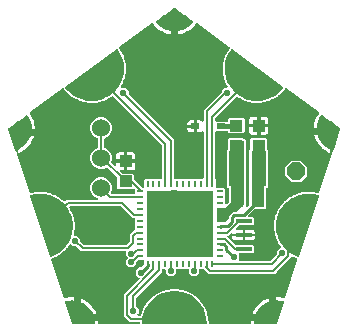
<source format=gbr>
G04 EAGLE Gerber RS-274X export*
G75*
%MOMM*%
%FSLAX34Y34*%
%LPD*%
%INBottom Copper*%
%IPPOS*%
%AMOC8*
5,1,8,0,0,1.08239X$1,22.5*%
G01*
%ADD10R,1.300000X1.500000*%
%ADD11R,1.100000X1.000000*%
%ADD12P,1.649562X8X22.500000*%
%ADD13C,1.524000*%
%ADD14R,0.550000X0.254000*%
%ADD15R,0.254000X0.550000*%
%ADD16R,5.600000X5.600000*%
%ADD17R,1.399997X0.400000*%
%ADD18R,0.800000X0.500000*%
%ADD19C,0.800000*%
%ADD20C,0.406400*%
%ADD21C,0.750000*%
%ADD22C,0.609600*%
%ADD23C,0.554800*%
%ADD24C,0.203200*%
%ADD25C,0.254000*%

G36*
X-92760Y-15924D02*
X-92760Y-15924D01*
X-92666Y-15917D01*
X-92639Y-15905D01*
X-92610Y-15901D01*
X-92526Y-15857D01*
X-92439Y-15820D01*
X-92411Y-15797D01*
X-92392Y-15787D01*
X-92369Y-15764D01*
X-92309Y-15715D01*
X-91515Y-14922D01*
X-65109Y-14922D01*
X-65013Y-14906D01*
X-64916Y-14897D01*
X-64892Y-14886D01*
X-64866Y-14882D01*
X-64780Y-14837D01*
X-64691Y-14797D01*
X-64672Y-14779D01*
X-64649Y-14767D01*
X-64582Y-14696D01*
X-64510Y-14630D01*
X-64498Y-14608D01*
X-64480Y-14589D01*
X-64439Y-14500D01*
X-64392Y-14415D01*
X-64387Y-14389D01*
X-64376Y-14366D01*
X-64365Y-14269D01*
X-64348Y-14173D01*
X-64352Y-14147D01*
X-64349Y-14121D01*
X-64370Y-14026D01*
X-64384Y-13930D01*
X-64396Y-13906D01*
X-64401Y-13881D01*
X-64451Y-13797D01*
X-64495Y-13710D01*
X-64514Y-13692D01*
X-64527Y-13670D01*
X-64601Y-13606D01*
X-64671Y-13538D01*
X-64700Y-13522D01*
X-64714Y-13510D01*
X-64745Y-13497D01*
X-64818Y-13457D01*
X-67093Y-12515D01*
X-69665Y-9943D01*
X-71057Y-6581D01*
X-71057Y-2944D01*
X-69665Y418D01*
X-67093Y2990D01*
X-63731Y4382D01*
X-60094Y4382D01*
X-56732Y2990D01*
X-54160Y418D01*
X-52768Y-2944D01*
X-52768Y-6581D01*
X-53666Y-8751D01*
X-53693Y-8864D01*
X-53722Y-8978D01*
X-53721Y-8984D01*
X-53723Y-8990D01*
X-53712Y-9107D01*
X-53702Y-9223D01*
X-53700Y-9229D01*
X-53699Y-9235D01*
X-53652Y-9342D01*
X-53606Y-9450D01*
X-53601Y-9456D01*
X-53599Y-9460D01*
X-53587Y-9473D01*
X-53501Y-9581D01*
X-53426Y-9655D01*
X-53352Y-9709D01*
X-53283Y-9768D01*
X-53253Y-9780D01*
X-53227Y-9799D01*
X-53140Y-9826D01*
X-53055Y-9860D01*
X-53014Y-9864D01*
X-52992Y-9871D01*
X-52959Y-9870D01*
X-52888Y-9878D01*
X-34073Y-9878D01*
X-34054Y-9875D01*
X-34034Y-9877D01*
X-33933Y-9855D01*
X-33831Y-9839D01*
X-33813Y-9829D01*
X-33794Y-9825D01*
X-33705Y-9772D01*
X-33613Y-9723D01*
X-33600Y-9709D01*
X-33583Y-9699D01*
X-33515Y-9620D01*
X-33444Y-9545D01*
X-33436Y-9527D01*
X-33423Y-9512D01*
X-33384Y-9416D01*
X-33340Y-9322D01*
X-33338Y-9302D01*
X-33331Y-9284D01*
X-33312Y-9117D01*
X-33312Y-6084D01*
X-33327Y-5994D01*
X-33334Y-5903D01*
X-33347Y-5873D01*
X-33352Y-5841D01*
X-33395Y-5760D01*
X-33430Y-5676D01*
X-33456Y-5644D01*
X-33467Y-5624D01*
X-33490Y-5601D01*
X-33535Y-5545D01*
X-33824Y-5257D01*
X-33840Y-5245D01*
X-33853Y-5230D01*
X-33939Y-5174D01*
X-34024Y-5113D01*
X-34043Y-5107D01*
X-34059Y-5097D01*
X-34160Y-5071D01*
X-34259Y-5041D01*
X-34279Y-5041D01*
X-34298Y-5036D01*
X-34401Y-5045D01*
X-34505Y-5047D01*
X-34523Y-5054D01*
X-34543Y-5056D01*
X-34638Y-5096D01*
X-34736Y-5132D01*
X-34751Y-5144D01*
X-34770Y-5152D01*
X-34900Y-5257D01*
X-35143Y-5500D01*
X-47407Y-5500D01*
X-48300Y-4607D01*
X-48300Y4141D01*
X-48314Y4231D01*
X-48322Y4322D01*
X-48334Y4352D01*
X-48339Y4384D01*
X-48382Y4465D01*
X-48418Y4549D01*
X-48444Y4581D01*
X-48455Y4601D01*
X-48478Y4624D01*
X-48523Y4680D01*
X-56370Y12527D01*
X-56464Y12594D01*
X-56558Y12665D01*
X-56564Y12666D01*
X-56569Y12670D01*
X-56681Y12704D01*
X-56792Y12741D01*
X-56799Y12741D01*
X-56805Y12742D01*
X-56921Y12739D01*
X-57038Y12738D01*
X-57045Y12736D01*
X-57050Y12736D01*
X-57068Y12730D01*
X-57199Y12692D01*
X-60094Y11493D01*
X-63731Y11493D01*
X-67093Y12885D01*
X-69665Y15457D01*
X-71057Y18819D01*
X-71057Y22456D01*
X-69665Y25818D01*
X-67093Y28390D01*
X-64923Y29289D01*
X-64824Y29350D01*
X-64724Y29410D01*
X-64719Y29415D01*
X-64714Y29418D01*
X-64640Y29508D01*
X-64564Y29597D01*
X-64561Y29603D01*
X-64557Y29608D01*
X-64516Y29716D01*
X-64472Y29825D01*
X-64471Y29833D01*
X-64469Y29837D01*
X-64468Y29856D01*
X-64453Y29992D01*
X-64453Y36683D01*
X-64472Y36798D01*
X-64489Y36914D01*
X-64492Y36920D01*
X-64493Y36926D01*
X-64547Y37028D01*
X-64601Y37133D01*
X-64605Y37138D01*
X-64608Y37143D01*
X-64692Y37223D01*
X-64776Y37306D01*
X-64783Y37309D01*
X-64786Y37313D01*
X-64803Y37320D01*
X-64923Y37386D01*
X-67093Y38285D01*
X-69665Y40857D01*
X-71057Y44219D01*
X-71057Y47856D01*
X-69665Y51218D01*
X-67093Y53790D01*
X-63731Y55182D01*
X-60094Y55182D01*
X-56732Y53790D01*
X-54160Y51218D01*
X-52768Y47856D01*
X-52768Y44219D01*
X-54160Y40857D01*
X-56732Y38285D01*
X-58902Y37386D01*
X-59001Y37325D01*
X-59101Y37265D01*
X-59106Y37260D01*
X-59111Y37257D01*
X-59185Y37167D01*
X-59261Y37078D01*
X-59264Y37072D01*
X-59268Y37067D01*
X-59310Y36958D01*
X-59353Y36850D01*
X-59354Y36842D01*
X-59356Y36838D01*
X-59357Y36819D01*
X-59372Y36683D01*
X-59372Y29992D01*
X-59353Y29877D01*
X-59336Y29761D01*
X-59333Y29755D01*
X-59332Y29749D01*
X-59278Y29647D01*
X-59224Y29542D01*
X-59220Y29537D01*
X-59217Y29532D01*
X-59133Y29452D01*
X-59049Y29369D01*
X-59042Y29366D01*
X-59039Y29362D01*
X-59022Y29355D01*
X-58902Y29289D01*
X-56732Y28390D01*
X-54160Y25818D01*
X-52768Y22456D01*
X-52768Y18819D01*
X-53366Y17374D01*
X-53393Y17260D01*
X-53421Y17147D01*
X-53421Y17140D01*
X-53422Y17134D01*
X-53411Y17018D01*
X-53402Y16902D01*
X-53400Y16896D01*
X-53399Y16890D01*
X-53351Y16782D01*
X-53306Y16675D01*
X-53301Y16669D01*
X-53299Y16665D01*
X-53287Y16651D01*
X-53201Y16544D01*
X-50615Y13958D01*
X-50557Y13917D01*
X-50505Y13867D01*
X-50458Y13845D01*
X-50416Y13815D01*
X-50347Y13794D01*
X-50282Y13764D01*
X-50230Y13758D01*
X-50180Y13742D01*
X-50109Y13744D01*
X-50038Y13736D01*
X-49987Y13748D01*
X-49935Y13749D01*
X-49867Y13773D01*
X-49797Y13789D01*
X-49753Y13815D01*
X-49704Y13833D01*
X-49648Y13878D01*
X-49586Y13915D01*
X-49552Y13954D01*
X-49512Y13987D01*
X-49473Y14047D01*
X-49426Y14102D01*
X-49407Y14150D01*
X-49379Y14194D01*
X-49361Y14263D01*
X-49334Y14330D01*
X-49326Y14401D01*
X-49318Y14432D01*
X-49320Y14456D01*
X-49316Y14497D01*
X-49316Y16502D01*
X-42798Y16502D01*
X-42798Y10484D01*
X-45303Y10484D01*
X-45374Y10473D01*
X-45446Y10471D01*
X-45495Y10453D01*
X-45546Y10445D01*
X-45609Y10411D01*
X-45677Y10386D01*
X-45717Y10354D01*
X-45763Y10329D01*
X-45813Y10277D01*
X-45869Y10233D01*
X-45897Y10189D01*
X-45933Y10151D01*
X-45963Y10086D01*
X-46002Y10026D01*
X-46015Y9975D01*
X-46036Y9928D01*
X-46044Y9857D01*
X-46062Y9787D01*
X-46058Y9735D01*
X-46064Y9684D01*
X-46048Y9613D01*
X-46043Y9542D01*
X-46022Y9494D01*
X-46011Y9443D01*
X-45974Y9382D01*
X-45946Y9316D01*
X-45902Y9260D01*
X-45885Y9232D01*
X-45867Y9217D01*
X-45842Y9185D01*
X-44430Y7773D01*
X-44356Y7720D01*
X-44286Y7660D01*
X-44256Y7648D01*
X-44230Y7629D01*
X-44143Y7602D01*
X-44058Y7568D01*
X-44017Y7564D01*
X-43995Y7557D01*
X-43963Y7558D01*
X-43891Y7550D01*
X-35143Y7550D01*
X-34250Y6657D01*
X-34250Y2671D01*
X-34236Y2581D01*
X-34228Y2490D01*
X-34216Y2460D01*
X-34211Y2428D01*
X-34168Y2348D01*
X-34132Y2264D01*
X-34106Y2232D01*
X-34095Y2211D01*
X-34072Y2189D01*
X-34027Y2133D01*
X-33749Y1854D01*
X-27494Y-4400D01*
X-27420Y-4453D01*
X-27351Y-4513D01*
X-27320Y-4525D01*
X-27294Y-4544D01*
X-27207Y-4571D01*
X-27122Y-4605D01*
X-27082Y-4609D01*
X-27059Y-4616D01*
X-27027Y-4615D01*
X-26956Y-4623D01*
X-26300Y-4623D01*
X-26281Y-4620D01*
X-26261Y-4622D01*
X-26160Y-4600D01*
X-26058Y-4584D01*
X-26040Y-4574D01*
X-26021Y-4570D01*
X-25932Y-4517D01*
X-25840Y-4468D01*
X-25827Y-4454D01*
X-25810Y-4444D01*
X-25742Y-4365D01*
X-25671Y-4290D01*
X-25663Y-4272D01*
X-25650Y-4257D01*
X-25611Y-4161D01*
X-25567Y-4067D01*
X-25565Y-4047D01*
X-25558Y-4029D01*
X-25539Y-3862D01*
X-25539Y2257D01*
X-24646Y3150D01*
X-20843Y3150D01*
X-20782Y3089D01*
X-20766Y3077D01*
X-20754Y3062D01*
X-20667Y3006D01*
X-20583Y2946D01*
X-20564Y2940D01*
X-20547Y2929D01*
X-20446Y2904D01*
X-20348Y2873D01*
X-20328Y2874D01*
X-20308Y2869D01*
X-20205Y2877D01*
X-20102Y2880D01*
X-20083Y2886D01*
X-20063Y2888D01*
X-19968Y2928D01*
X-19871Y2964D01*
X-19855Y2976D01*
X-19837Y2984D01*
X-19706Y3089D01*
X-19645Y3150D01*
X-15842Y3150D01*
X-15781Y3089D01*
X-15765Y3077D01*
X-15752Y3061D01*
X-15665Y3005D01*
X-15581Y2945D01*
X-15562Y2939D01*
X-15545Y2928D01*
X-15445Y2903D01*
X-15346Y2873D01*
X-15326Y2873D01*
X-15307Y2868D01*
X-15204Y2876D01*
X-15100Y2879D01*
X-15081Y2886D01*
X-15062Y2887D01*
X-14966Y2928D01*
X-14869Y2963D01*
X-14853Y2976D01*
X-14835Y2984D01*
X-14704Y3089D01*
X-14643Y3150D01*
X-11042Y3150D01*
X-11023Y3153D01*
X-11003Y3151D01*
X-10902Y3173D01*
X-10800Y3189D01*
X-10782Y3199D01*
X-10763Y3203D01*
X-10674Y3256D01*
X-10582Y3305D01*
X-10569Y3319D01*
X-10552Y3329D01*
X-10484Y3408D01*
X-10413Y3483D01*
X-10405Y3501D01*
X-10392Y3516D01*
X-10353Y3612D01*
X-10309Y3706D01*
X-10307Y3726D01*
X-10300Y3744D01*
X-10281Y3911D01*
X-10281Y31573D01*
X-10296Y31663D01*
X-10303Y31754D01*
X-10316Y31784D01*
X-10321Y31816D01*
X-10364Y31896D01*
X-10399Y31980D01*
X-10425Y32012D01*
X-10436Y32033D01*
X-10459Y32055D01*
X-10504Y32111D01*
X-51645Y73252D01*
X-51713Y73301D01*
X-51775Y73356D01*
X-51812Y73372D01*
X-51845Y73396D01*
X-51925Y73420D01*
X-52001Y73453D01*
X-52042Y73456D01*
X-52080Y73468D01*
X-52163Y73466D01*
X-52246Y73473D01*
X-52286Y73463D01*
X-52326Y73462D01*
X-52404Y73433D01*
X-52485Y73413D01*
X-52531Y73387D01*
X-52557Y73377D01*
X-52580Y73359D01*
X-52631Y73330D01*
X-53946Y72376D01*
X-53971Y72351D01*
X-54000Y72333D01*
X-54057Y72265D01*
X-54119Y72201D01*
X-54135Y72170D01*
X-54157Y72143D01*
X-54189Y72071D01*
X-54761Y71775D01*
X-54787Y71755D01*
X-54857Y71715D01*
X-55376Y71339D01*
X-55447Y71332D01*
X-55536Y71332D01*
X-55569Y71321D01*
X-55603Y71317D01*
X-55760Y71257D01*
X-57714Y70245D01*
X-57742Y70224D01*
X-57774Y70210D01*
X-57840Y70151D01*
X-57911Y70098D01*
X-57931Y70069D01*
X-57957Y70046D01*
X-58000Y69979D01*
X-58609Y69772D01*
X-58638Y69756D01*
X-58713Y69727D01*
X-59282Y69432D01*
X-59354Y69436D01*
X-59442Y69449D01*
X-59476Y69443D01*
X-59510Y69445D01*
X-59674Y69409D01*
X-61089Y68927D01*
X-61089Y68926D01*
X-61758Y68699D01*
X-61788Y68683D01*
X-61822Y68674D01*
X-61896Y68625D01*
X-61975Y68583D01*
X-61998Y68558D01*
X-62027Y68539D01*
X-62079Y68479D01*
X-62713Y68364D01*
X-62744Y68353D01*
X-62823Y68336D01*
X-63429Y68129D01*
X-63499Y68144D01*
X-63584Y68170D01*
X-63619Y68169D01*
X-63653Y68176D01*
X-63820Y68164D01*
X-65986Y67773D01*
X-66019Y67761D01*
X-66054Y67758D01*
X-66134Y67720D01*
X-66218Y67691D01*
X-66245Y67669D01*
X-66277Y67655D01*
X-66337Y67603D01*
X-66981Y67585D01*
X-67013Y67578D01*
X-67094Y67573D01*
X-67724Y67459D01*
X-67791Y67484D01*
X-67872Y67522D01*
X-67906Y67526D01*
X-67939Y67538D01*
X-68106Y67552D01*
X-70306Y67488D01*
X-70340Y67481D01*
X-70374Y67482D01*
X-70460Y67458D01*
X-70547Y67441D01*
X-70577Y67424D01*
X-70611Y67414D01*
X-70678Y67372D01*
X-71317Y67450D01*
X-71350Y67448D01*
X-71431Y67455D01*
X-72071Y67436D01*
X-72134Y67471D01*
X-72207Y67520D01*
X-72241Y67530D01*
X-72271Y67546D01*
X-72435Y67585D01*
X-74620Y67849D01*
X-74654Y67848D01*
X-74688Y67854D01*
X-74777Y67843D01*
X-74865Y67839D01*
X-74898Y67826D01*
X-74932Y67822D01*
X-75005Y67791D01*
X-75625Y67962D01*
X-75658Y67966D01*
X-75737Y67984D01*
X-76373Y68061D01*
X-76430Y68105D01*
X-76495Y68165D01*
X-76527Y68179D01*
X-76554Y68200D01*
X-76710Y68263D01*
X-78831Y68850D01*
X-78866Y68853D01*
X-78898Y68865D01*
X-78987Y68867D01*
X-79076Y68876D01*
X-79110Y68869D01*
X-79144Y68869D01*
X-79221Y68849D01*
X-79809Y69111D01*
X-79841Y69120D01*
X-79916Y69150D01*
X-80533Y69321D01*
X-80583Y69372D01*
X-80639Y69442D01*
X-80668Y69460D01*
X-80692Y69485D01*
X-80837Y69570D01*
X-82847Y70467D01*
X-82880Y70476D01*
X-82911Y70492D01*
X-82999Y70507D01*
X-83085Y70529D01*
X-83119Y70527D01*
X-83153Y70533D01*
X-83232Y70524D01*
X-83775Y70871D01*
X-83805Y70884D01*
X-83875Y70925D01*
X-84460Y71186D01*
X-84501Y71244D01*
X-84546Y71321D01*
X-84572Y71344D01*
X-84592Y71373D01*
X-84723Y71478D01*
X-86576Y72664D01*
X-86608Y72678D01*
X-86636Y72699D01*
X-86721Y72726D01*
X-86802Y72762D01*
X-86837Y72764D01*
X-86870Y72775D01*
X-86949Y72779D01*
X-87434Y73203D01*
X-87462Y73220D01*
X-87525Y73271D01*
X-88064Y73616D01*
X-88096Y73680D01*
X-88129Y73763D01*
X-88152Y73789D01*
X-88167Y73820D01*
X-88281Y73944D01*
X-89937Y75393D01*
X-89966Y75411D01*
X-89991Y75436D01*
X-90070Y75476D01*
X-90146Y75523D01*
X-90180Y75531D01*
X-90211Y75547D01*
X-90288Y75562D01*
X-90704Y76053D01*
X-90729Y76075D01*
X-90784Y76134D01*
X-91266Y76556D01*
X-91289Y76624D01*
X-91309Y76711D01*
X-91327Y76740D01*
X-91338Y76773D01*
X-91431Y76912D01*
X-92778Y78503D01*
X-92826Y78544D01*
X-92867Y78592D01*
X-92919Y78623D01*
X-92965Y78663D01*
X-93009Y78680D01*
X-93478Y79327D01*
X-93492Y79341D01*
X-93500Y79353D01*
X-93502Y79356D01*
X-93513Y79372D01*
X-93684Y79573D01*
X-93771Y79648D01*
X-93857Y79724D01*
X-93864Y79727D01*
X-93871Y79733D01*
X-93977Y79775D01*
X-94083Y79821D01*
X-94091Y79821D01*
X-94099Y79824D01*
X-94213Y79831D01*
X-94328Y79840D01*
X-94336Y79838D01*
X-94345Y79838D01*
X-94455Y79808D01*
X-94567Y79780D01*
X-94575Y79775D01*
X-94582Y79773D01*
X-94600Y79761D01*
X-94712Y79697D01*
X-122256Y59666D01*
X-122269Y59652D01*
X-122286Y59642D01*
X-122355Y59565D01*
X-122428Y59491D01*
X-122437Y59473D01*
X-122450Y59459D01*
X-122491Y59363D01*
X-122537Y59270D01*
X-122539Y59250D01*
X-122547Y59232D01*
X-122555Y59129D01*
X-122569Y59026D01*
X-122565Y59007D01*
X-122566Y58987D01*
X-122541Y58886D01*
X-122521Y58785D01*
X-122512Y58768D01*
X-122507Y58749D01*
X-122424Y58603D01*
X-122344Y58493D01*
X-122343Y58492D01*
X-122342Y58490D01*
X-122058Y58103D01*
X-122050Y58087D01*
X-121526Y57365D01*
X-120192Y54937D01*
X-119173Y52361D01*
X-118485Y49677D01*
X-118139Y46928D01*
X-118139Y44923D01*
X-120728Y44923D01*
X-120682Y45504D01*
X-120686Y45537D01*
X-120682Y45583D01*
X-120915Y48552D01*
X-120924Y48584D01*
X-120927Y48629D01*
X-121621Y51525D01*
X-121635Y51555D01*
X-121645Y51599D01*
X-122784Y54351D01*
X-122802Y54379D01*
X-122819Y54421D01*
X-124374Y56961D01*
X-124394Y56982D01*
X-124407Y57008D01*
X-124461Y57054D01*
X-124510Y57106D01*
X-124536Y57118D01*
X-124559Y57137D01*
X-124626Y57158D01*
X-124691Y57187D01*
X-124720Y57188D01*
X-124748Y57197D01*
X-124819Y57190D01*
X-124890Y57191D01*
X-124917Y57180D01*
X-124946Y57177D01*
X-125035Y57133D01*
X-125075Y57117D01*
X-125083Y57109D01*
X-125095Y57103D01*
X-132484Y51694D01*
X-132532Y51714D01*
X-132633Y51761D01*
X-132645Y51762D01*
X-132656Y51767D01*
X-132767Y51776D01*
X-132878Y51788D01*
X-132889Y51786D01*
X-132902Y51787D01*
X-133009Y51760D01*
X-133118Y51736D01*
X-133128Y51730D01*
X-133140Y51727D01*
X-133286Y51644D01*
X-134810Y50535D01*
X-134829Y50516D01*
X-134853Y50502D01*
X-134915Y50429D01*
X-134983Y50360D01*
X-134995Y50336D01*
X-135013Y50315D01*
X-135049Y50225D01*
X-135091Y50140D01*
X-135094Y50112D01*
X-135105Y50086D01*
X-135123Y49920D01*
X-135123Y49762D01*
X-140395Y45903D01*
X-140414Y45882D01*
X-140439Y45867D01*
X-140481Y45809D01*
X-140529Y45756D01*
X-140538Y45729D01*
X-140555Y45705D01*
X-140571Y45636D01*
X-140595Y45568D01*
X-140593Y45540D01*
X-140599Y45512D01*
X-140585Y45412D01*
X-140582Y45370D01*
X-140577Y45360D01*
X-140575Y45347D01*
X-134775Y27347D01*
X-134761Y27322D01*
X-134755Y27294D01*
X-134713Y27236D01*
X-134678Y27174D01*
X-134655Y27156D01*
X-134638Y27133D01*
X-134577Y27096D01*
X-134520Y27052D01*
X-134493Y27045D01*
X-134468Y27030D01*
X-134397Y27020D01*
X-134328Y27002D01*
X-134300Y27006D01*
X-134278Y27003D01*
X-133562Y24811D01*
X-133560Y24808D01*
X-133560Y24805D01*
X-133504Y24700D01*
X-133448Y24593D01*
X-133446Y24591D01*
X-133444Y24588D01*
X-133358Y24506D01*
X-133271Y24422D01*
X-133268Y24421D01*
X-133266Y24418D01*
X-133206Y24391D01*
X-133208Y24385D01*
X-133252Y24293D01*
X-133255Y24272D01*
X-133263Y24253D01*
X-133270Y24150D01*
X-133282Y24049D01*
X-133278Y24028D01*
X-133279Y24008D01*
X-133245Y23843D01*
X-122646Y-8579D01*
X-122637Y-8596D01*
X-122633Y-8615D01*
X-122580Y-8705D01*
X-122532Y-8797D01*
X-122518Y-8811D01*
X-122509Y-8828D01*
X-122430Y-8896D01*
X-122355Y-8968D01*
X-122338Y-8977D01*
X-122323Y-8989D01*
X-122227Y-9029D01*
X-122133Y-9074D01*
X-122114Y-9076D01*
X-122096Y-9083D01*
X-121992Y-9091D01*
X-121889Y-9103D01*
X-121870Y-9099D01*
X-121851Y-9100D01*
X-121686Y-9066D01*
X-121478Y-8998D01*
X-121469Y-9001D01*
X-121406Y-9000D01*
X-121343Y-9009D01*
X-121256Y-8998D01*
X-121223Y-8997D01*
X-121206Y-8991D01*
X-121177Y-8988D01*
X-119155Y-8493D01*
X-119124Y-8480D01*
X-119089Y-8474D01*
X-119011Y-8432D01*
X-118929Y-8397D01*
X-118903Y-8374D01*
X-118873Y-8357D01*
X-118815Y-8302D01*
X-118174Y-8244D01*
X-118142Y-8236D01*
X-118062Y-8226D01*
X-117440Y-8073D01*
X-117371Y-8094D01*
X-117289Y-8127D01*
X-117254Y-8129D01*
X-117221Y-8139D01*
X-117053Y-8143D01*
X-114864Y-7945D01*
X-114831Y-7936D01*
X-114796Y-7935D01*
X-114712Y-7905D01*
X-114626Y-7883D01*
X-114597Y-7864D01*
X-114564Y-7852D01*
X-114500Y-7807D01*
X-113857Y-7845D01*
X-113824Y-7841D01*
X-113743Y-7843D01*
X-113105Y-7785D01*
X-113041Y-7816D01*
X-112964Y-7861D01*
X-112930Y-7868D01*
X-112899Y-7883D01*
X-112733Y-7911D01*
X-110539Y-8042D01*
X-110505Y-8038D01*
X-110470Y-8043D01*
X-110383Y-8026D01*
X-110295Y-8016D01*
X-110263Y-8002D01*
X-110229Y-7995D01*
X-110158Y-7960D01*
X-109528Y-8093D01*
X-109495Y-8095D01*
X-109415Y-8108D01*
X-108776Y-8146D01*
X-108717Y-8186D01*
X-108648Y-8242D01*
X-108615Y-8255D01*
X-108587Y-8274D01*
X-108427Y-8327D01*
X-106277Y-8782D01*
X-106242Y-8784D01*
X-106209Y-8794D01*
X-106120Y-8790D01*
X-106031Y-8794D01*
X-105998Y-8784D01*
X-105963Y-8783D01*
X-105888Y-8758D01*
X-105285Y-8984D01*
X-105253Y-8990D01*
X-105176Y-9016D01*
X-104549Y-9149D01*
X-104497Y-9197D01*
X-104437Y-9263D01*
X-104406Y-9280D01*
X-104381Y-9303D01*
X-104231Y-9379D01*
X-102173Y-10150D01*
X-102139Y-10157D01*
X-102107Y-10171D01*
X-102019Y-10181D01*
X-101931Y-10198D01*
X-101897Y-10194D01*
X-101863Y-10197D01*
X-101784Y-10184D01*
X-101222Y-10497D01*
X-101191Y-10508D01*
X-101119Y-10545D01*
X-100519Y-10770D01*
X-100474Y-10826D01*
X-100424Y-10899D01*
X-100397Y-10921D01*
X-100375Y-10948D01*
X-100239Y-11045D01*
X-98318Y-12114D01*
X-98285Y-12126D01*
X-98256Y-12145D01*
X-98170Y-12167D01*
X-98087Y-12198D01*
X-98052Y-12198D01*
X-98018Y-12207D01*
X-97939Y-12206D01*
X-97430Y-12599D01*
X-97401Y-12615D01*
X-97335Y-12662D01*
X-96775Y-12973D01*
X-96739Y-13035D01*
X-96701Y-13116D01*
X-96677Y-13141D01*
X-96660Y-13171D01*
X-96539Y-13287D01*
X-94799Y-14631D01*
X-94769Y-14647D01*
X-94743Y-14670D01*
X-94661Y-14705D01*
X-94583Y-14748D01*
X-94549Y-14754D01*
X-94517Y-14767D01*
X-94438Y-14778D01*
X-93993Y-15243D01*
X-93967Y-15263D01*
X-93909Y-15319D01*
X-93312Y-15780D01*
X-93229Y-15825D01*
X-93150Y-15876D01*
X-93121Y-15883D01*
X-93096Y-15897D01*
X-93003Y-15913D01*
X-92911Y-15936D01*
X-92882Y-15933D01*
X-92853Y-15938D01*
X-92760Y-15924D01*
G37*
G36*
X4801Y2876D02*
X4801Y2876D01*
X4905Y2879D01*
X4924Y2886D01*
X4943Y2887D01*
X5039Y2928D01*
X5136Y2963D01*
X5152Y2976D01*
X5170Y2984D01*
X5301Y3089D01*
X5362Y3150D01*
X9165Y3150D01*
X9226Y3089D01*
X9242Y3077D01*
X9254Y3062D01*
X9341Y3006D01*
X9425Y2946D01*
X9444Y2940D01*
X9461Y2929D01*
X9562Y2904D01*
X9660Y2873D01*
X9680Y2874D01*
X9700Y2869D01*
X9803Y2877D01*
X9906Y2880D01*
X9925Y2886D01*
X9945Y2888D01*
X10040Y2928D01*
X10137Y2964D01*
X10153Y2976D01*
X10171Y2984D01*
X10302Y3089D01*
X10363Y3150D01*
X14166Y3150D01*
X14227Y3089D01*
X14243Y3077D01*
X14255Y3062D01*
X14342Y3006D01*
X14426Y2946D01*
X14445Y2940D01*
X14462Y2929D01*
X14563Y2904D01*
X14661Y2873D01*
X14681Y2874D01*
X14701Y2869D01*
X14804Y2877D01*
X14907Y2880D01*
X14926Y2886D01*
X14946Y2888D01*
X15041Y2928D01*
X15138Y2964D01*
X15154Y2976D01*
X15172Y2984D01*
X15303Y3089D01*
X15364Y3150D01*
X19167Y3150D01*
X19228Y3089D01*
X19244Y3077D01*
X19256Y3062D01*
X19343Y3006D01*
X19427Y2946D01*
X19446Y2940D01*
X19463Y2929D01*
X19564Y2904D01*
X19662Y2873D01*
X19682Y2874D01*
X19702Y2869D01*
X19805Y2877D01*
X19908Y2880D01*
X19927Y2886D01*
X19947Y2888D01*
X20042Y2928D01*
X20139Y2964D01*
X20155Y2976D01*
X20173Y2984D01*
X20304Y3089D01*
X20365Y3150D01*
X23967Y3150D01*
X23986Y3153D01*
X24006Y3151D01*
X24107Y3173D01*
X24209Y3189D01*
X24227Y3199D01*
X24246Y3203D01*
X24335Y3256D01*
X24427Y3305D01*
X24440Y3319D01*
X24457Y3329D01*
X24525Y3408D01*
X24596Y3483D01*
X24604Y3501D01*
X24617Y3516D01*
X24656Y3612D01*
X24700Y3706D01*
X24702Y3726D01*
X24709Y3744D01*
X24728Y3911D01*
X24728Y42847D01*
X24716Y42918D01*
X24714Y42989D01*
X24696Y43038D01*
X24688Y43090D01*
X24655Y43153D01*
X24630Y43220D01*
X24597Y43261D01*
X24573Y43307D01*
X24521Y43356D01*
X24476Y43412D01*
X24432Y43440D01*
X24395Y43476D01*
X24330Y43507D01*
X24269Y43545D01*
X24219Y43558D01*
X24172Y43580D01*
X24100Y43588D01*
X24031Y43605D01*
X23979Y43601D01*
X23927Y43607D01*
X23857Y43592D01*
X23785Y43586D01*
X23738Y43566D01*
X23687Y43555D01*
X23625Y43518D01*
X23559Y43490D01*
X23503Y43445D01*
X23476Y43429D01*
X23460Y43411D01*
X23428Y43385D01*
X23135Y43092D01*
X22556Y42757D01*
X21909Y42584D01*
X18824Y42584D01*
X18824Y47137D01*
X18821Y47156D01*
X18823Y47176D01*
X18801Y47278D01*
X18785Y47380D01*
X18775Y47397D01*
X18771Y47417D01*
X18718Y47506D01*
X18669Y47597D01*
X18655Y47611D01*
X18645Y47628D01*
X18641Y47631D01*
X18693Y47685D01*
X18701Y47703D01*
X18714Y47718D01*
X18753Y47815D01*
X18796Y47908D01*
X18798Y47928D01*
X18806Y47946D01*
X18824Y48113D01*
X18824Y52666D01*
X21910Y52666D01*
X22556Y52493D01*
X23135Y52158D01*
X23428Y51865D01*
X23486Y51823D01*
X23538Y51774D01*
X23586Y51752D01*
X23628Y51721D01*
X23696Y51700D01*
X23762Y51670D01*
X23813Y51664D01*
X23863Y51649D01*
X23935Y51651D01*
X24006Y51643D01*
X24057Y51654D01*
X24109Y51655D01*
X24176Y51680D01*
X24246Y51695D01*
X24291Y51722D01*
X24340Y51740D01*
X24396Y51785D01*
X24457Y51821D01*
X24491Y51861D01*
X24532Y51893D01*
X24571Y51954D01*
X24617Y52008D01*
X24637Y52057D01*
X24665Y52100D01*
X24682Y52170D01*
X24709Y52236D01*
X24717Y52308D01*
X24725Y52339D01*
X24723Y52362D01*
X24728Y52403D01*
X24728Y61658D01*
X39902Y76833D01*
X39949Y76898D01*
X39962Y76912D01*
X39965Y76918D01*
X40015Y76976D01*
X40027Y77006D01*
X40046Y77033D01*
X40073Y77120D01*
X40107Y77204D01*
X40111Y77245D01*
X40118Y77268D01*
X40117Y77300D01*
X40125Y77371D01*
X40125Y77951D01*
X42643Y80469D01*
X44403Y80469D01*
X44491Y80483D01*
X44581Y80490D01*
X44612Y80503D01*
X44646Y80509D01*
X44725Y80550D01*
X44807Y80585D01*
X44833Y80608D01*
X44864Y80624D01*
X44925Y80688D01*
X44992Y80748D01*
X45009Y80777D01*
X45033Y80802D01*
X45071Y80883D01*
X45115Y80960D01*
X45126Y81003D01*
X45137Y81025D01*
X45140Y81057D01*
X45157Y81123D01*
X45179Y81279D01*
X45179Y81313D01*
X45186Y81347D01*
X45176Y81436D01*
X45174Y81525D01*
X45162Y81557D01*
X45159Y81592D01*
X45096Y81747D01*
X44051Y83685D01*
X44030Y83712D01*
X44016Y83744D01*
X43955Y83809D01*
X43901Y83879D01*
X43872Y83899D01*
X43849Y83924D01*
X43781Y83966D01*
X43564Y84571D01*
X43548Y84600D01*
X43517Y84675D01*
X43213Y85239D01*
X43216Y85311D01*
X43227Y85399D01*
X43221Y85433D01*
X43222Y85468D01*
X43183Y85631D01*
X42439Y87702D01*
X42422Y87732D01*
X42413Y87766D01*
X42363Y87839D01*
X42320Y87917D01*
X42294Y87940D01*
X42275Y87969D01*
X42214Y88020D01*
X42089Y88652D01*
X42077Y88682D01*
X42059Y88761D01*
X41842Y89364D01*
X41856Y89435D01*
X41880Y89520D01*
X41878Y89555D01*
X41885Y89589D01*
X41871Y89756D01*
X41444Y91915D01*
X41432Y91947D01*
X41427Y91982D01*
X41389Y92062D01*
X41358Y92145D01*
X41336Y92172D01*
X41321Y92204D01*
X41268Y92263D01*
X41239Y92906D01*
X41232Y92939D01*
X41225Y93019D01*
X41101Y93647D01*
X41125Y93715D01*
X41162Y93796D01*
X41165Y93830D01*
X41177Y93863D01*
X41188Y94031D01*
X41087Y96229D01*
X41080Y96263D01*
X41081Y96298D01*
X41055Y96383D01*
X41036Y96470D01*
X41019Y96500D01*
X41009Y96533D01*
X40966Y96600D01*
X41033Y97240D01*
X41031Y97273D01*
X41036Y97353D01*
X41007Y97993D01*
X41040Y98057D01*
X41089Y98131D01*
X41098Y98165D01*
X41114Y98195D01*
X41149Y98359D01*
X41378Y100548D01*
X41376Y100583D01*
X41382Y100617D01*
X41369Y100705D01*
X41364Y100794D01*
X41351Y100826D01*
X41345Y100860D01*
X41313Y100933D01*
X41474Y101556D01*
X41477Y101589D01*
X41495Y101668D01*
X41561Y102305D01*
X41604Y102362D01*
X41663Y102429D01*
X41676Y102461D01*
X41697Y102489D01*
X41757Y102645D01*
X42309Y104776D01*
X42312Y104810D01*
X42323Y104843D01*
X42323Y104932D01*
X42331Y105021D01*
X42323Y105055D01*
X42323Y105089D01*
X42302Y105166D01*
X42555Y105758D01*
X42562Y105790D01*
X42591Y105866D01*
X42752Y106485D01*
X42803Y106536D01*
X42871Y106593D01*
X42889Y106622D01*
X42914Y106647D01*
X42996Y106793D01*
X43860Y108817D01*
X43868Y108851D01*
X43884Y108882D01*
X43897Y108970D01*
X43918Y109056D01*
X43915Y109091D01*
X43921Y109125D01*
X43911Y109204D01*
X44249Y109752D01*
X44262Y109782D01*
X44301Y109853D01*
X44552Y110442D01*
X44610Y110484D01*
X44686Y110530D01*
X44709Y110557D01*
X44737Y110578D01*
X44840Y110710D01*
X45934Y112483D01*
X45958Y112542D01*
X45991Y112595D01*
X46005Y112655D01*
X46028Y112711D01*
X46031Y112758D01*
X46500Y113404D01*
X46509Y113423D01*
X46532Y113452D01*
X46709Y113739D01*
X46752Y113845D01*
X46798Y113949D01*
X46799Y113958D01*
X46802Y113966D01*
X46810Y114080D01*
X46820Y114194D01*
X46818Y114203D01*
X46819Y114212D01*
X46790Y114322D01*
X46763Y114433D01*
X46758Y114441D01*
X46756Y114450D01*
X46693Y114544D01*
X46633Y114641D01*
X46624Y114649D01*
X46620Y114655D01*
X46602Y114669D01*
X46509Y114754D01*
X19035Y134735D01*
X19018Y134744D01*
X19003Y134757D01*
X18908Y134799D01*
X18816Y134845D01*
X18796Y134848D01*
X18778Y134856D01*
X18674Y134866D01*
X18572Y134880D01*
X18553Y134877D01*
X18533Y134878D01*
X18432Y134854D01*
X18330Y134836D01*
X18313Y134826D01*
X18293Y134821D01*
X18206Y134766D01*
X18115Y134716D01*
X18102Y134701D01*
X18085Y134691D01*
X17972Y134567D01*
X17867Y134422D01*
X17866Y134421D01*
X17865Y134420D01*
X17582Y134026D01*
X17570Y134014D01*
X17044Y133289D01*
X15142Y131264D01*
X13002Y129493D01*
X10656Y128005D01*
X8143Y126822D01*
X5501Y125964D01*
X2773Y125443D01*
X1523Y125365D01*
X1523Y127972D01*
X3017Y128090D01*
X3049Y128099D01*
X3094Y128102D01*
X5999Y128800D01*
X6029Y128814D01*
X6073Y128824D01*
X8833Y129967D01*
X8861Y129985D01*
X8903Y130002D01*
X11450Y131563D01*
X11474Y131586D01*
X11513Y131609D01*
X13784Y133549D01*
X13805Y133575D01*
X13840Y133604D01*
X15780Y135876D01*
X15794Y135901D01*
X15814Y135922D01*
X15842Y135987D01*
X15876Y136050D01*
X15879Y136079D01*
X15890Y136105D01*
X15890Y136177D01*
X15897Y136247D01*
X15889Y136275D01*
X15888Y136304D01*
X15860Y136370D01*
X15839Y136438D01*
X15820Y136460D01*
X15809Y136487D01*
X15739Y136558D01*
X15712Y136590D01*
X15702Y136595D01*
X15692Y136605D01*
X11600Y139555D01*
X11609Y139663D01*
X11622Y139778D01*
X11620Y139785D01*
X11621Y139793D01*
X11594Y139905D01*
X11570Y140018D01*
X11566Y140025D01*
X11564Y140032D01*
X11503Y140130D01*
X11444Y140229D01*
X11438Y140234D01*
X11433Y140241D01*
X11310Y140354D01*
X9214Y141878D01*
X9186Y141892D01*
X9161Y141913D01*
X9076Y141947D01*
X8994Y141988D01*
X8963Y141993D01*
X8933Y142005D01*
X8766Y142023D01*
X8175Y142023D01*
X292Y147705D01*
X266Y147717D01*
X245Y147735D01*
X176Y147757D01*
X111Y147787D01*
X82Y147787D01*
X55Y147796D01*
X-16Y147790D01*
X-88Y147791D01*
X-114Y147781D01*
X-143Y147778D01*
X-234Y147734D01*
X-273Y147718D01*
X-280Y147711D01*
X-292Y147705D01*
X-8175Y142023D01*
X-8766Y142023D01*
X-8798Y142018D01*
X-8830Y142021D01*
X-8919Y141998D01*
X-9009Y141983D01*
X-9037Y141968D01*
X-9068Y141961D01*
X-9214Y141878D01*
X-11310Y140354D01*
X-11315Y140348D01*
X-11322Y140344D01*
X-11401Y140261D01*
X-11482Y140179D01*
X-11486Y140172D01*
X-11491Y140166D01*
X-11540Y140062D01*
X-11591Y139958D01*
X-11592Y139950D01*
X-11595Y139943D01*
X-11608Y139829D01*
X-11623Y139714D01*
X-11621Y139706D01*
X-11622Y139699D01*
X-11598Y139586D01*
X-11592Y139560D01*
X-15692Y136605D01*
X-15712Y136584D01*
X-15737Y136569D01*
X-15779Y136511D01*
X-15827Y136459D01*
X-15837Y136432D01*
X-15854Y136408D01*
X-15870Y136339D01*
X-15894Y136272D01*
X-15892Y136243D01*
X-15899Y136214D01*
X-15887Y136144D01*
X-15883Y136073D01*
X-15870Y136047D01*
X-15865Y136019D01*
X-15814Y135933D01*
X-15795Y135895D01*
X-15787Y135888D01*
X-15780Y135876D01*
X-13840Y133604D01*
X-13814Y133584D01*
X-13784Y133549D01*
X-11513Y131609D01*
X-11484Y131593D01*
X-11450Y131563D01*
X-8903Y130002D01*
X-8872Y129991D01*
X-8833Y129967D01*
X-6073Y128824D01*
X-6041Y128817D01*
X-5999Y128800D01*
X-3094Y128102D01*
X-3061Y128101D01*
X-3017Y128090D01*
X-1523Y127972D01*
X-1523Y125365D01*
X-2772Y125443D01*
X-5501Y125964D01*
X-8143Y126822D01*
X-10656Y128005D01*
X-13002Y129493D01*
X-15142Y131264D01*
X-17044Y133289D01*
X-17570Y134014D01*
X-17576Y134019D01*
X-17579Y134026D01*
X-17585Y134032D01*
X-17589Y134038D01*
X-17594Y134044D01*
X-17866Y134421D01*
X-17867Y134422D01*
X-17868Y134424D01*
X-17972Y134567D01*
X-17986Y134581D01*
X-17996Y134598D01*
X-18073Y134667D01*
X-18147Y134740D01*
X-18165Y134749D01*
X-18180Y134762D01*
X-18275Y134803D01*
X-18368Y134848D01*
X-18387Y134851D01*
X-18406Y134858D01*
X-18509Y134867D01*
X-18612Y134880D01*
X-18631Y134876D01*
X-18651Y134878D01*
X-18751Y134853D01*
X-18853Y134833D01*
X-18870Y134823D01*
X-18890Y134818D01*
X-19035Y134735D01*
X-46509Y114754D01*
X-46589Y114673D01*
X-46671Y114594D01*
X-46675Y114586D01*
X-46682Y114579D01*
X-46731Y114477D01*
X-46784Y114376D01*
X-46786Y114367D01*
X-46790Y114359D01*
X-46805Y114246D01*
X-46822Y114133D01*
X-46821Y114124D01*
X-46822Y114115D01*
X-46800Y114003D01*
X-46781Y113891D01*
X-46776Y113880D01*
X-46774Y113873D01*
X-46763Y113853D01*
X-46709Y113739D01*
X-46532Y113452D01*
X-46518Y113436D01*
X-46500Y113404D01*
X-46037Y112766D01*
X-46037Y112757D01*
X-46016Y112697D01*
X-46006Y112635D01*
X-45968Y112555D01*
X-45957Y112524D01*
X-45947Y112510D01*
X-45934Y112483D01*
X-44840Y110710D01*
X-44817Y110683D01*
X-44801Y110653D01*
X-44737Y110591D01*
X-44679Y110524D01*
X-44649Y110506D01*
X-44624Y110482D01*
X-44554Y110445D01*
X-44301Y109853D01*
X-44284Y109825D01*
X-44249Y109752D01*
X-43913Y109207D01*
X-43911Y109135D01*
X-43917Y109046D01*
X-43909Y109013D01*
X-43908Y108978D01*
X-43860Y108818D01*
X-42996Y106793D01*
X-42978Y106764D01*
X-42966Y106731D01*
X-42912Y106660D01*
X-42864Y106585D01*
X-42837Y106564D01*
X-42816Y106536D01*
X-42753Y106489D01*
X-42591Y105866D01*
X-42578Y105835D01*
X-42555Y105758D01*
X-42303Y105169D01*
X-42313Y105098D01*
X-42332Y105011D01*
X-42328Y104976D01*
X-42333Y104942D01*
X-42309Y104776D01*
X-41757Y102645D01*
X-41743Y102614D01*
X-41737Y102580D01*
X-41693Y102502D01*
X-41657Y102420D01*
X-41634Y102395D01*
X-41617Y102364D01*
X-41561Y102308D01*
X-41495Y101668D01*
X-41486Y101636D01*
X-41474Y101556D01*
X-41314Y100936D01*
X-41334Y100867D01*
X-41366Y100784D01*
X-41367Y100749D01*
X-41377Y100716D01*
X-41378Y100548D01*
X-41149Y98359D01*
X-41140Y98326D01*
X-41139Y98291D01*
X-41108Y98208D01*
X-41085Y98122D01*
X-41065Y98093D01*
X-41053Y98061D01*
X-41007Y97996D01*
X-41036Y97353D01*
X-41032Y97321D01*
X-41033Y97240D01*
X-40966Y96603D01*
X-40996Y96538D01*
X-41040Y96461D01*
X-41047Y96426D01*
X-41061Y96395D01*
X-41087Y96229D01*
X-41188Y94031D01*
X-41184Y93996D01*
X-41188Y93962D01*
X-41169Y93875D01*
X-41159Y93786D01*
X-41144Y93755D01*
X-41137Y93721D01*
X-41100Y93651D01*
X-41225Y93019D01*
X-41226Y92986D01*
X-41239Y92906D01*
X-41268Y92266D01*
X-41307Y92206D01*
X-41363Y92137D01*
X-41374Y92104D01*
X-41393Y92075D01*
X-41444Y91915D01*
X-41871Y89756D01*
X-41872Y89721D01*
X-41881Y89688D01*
X-41876Y89599D01*
X-41879Y89510D01*
X-41869Y89477D01*
X-41867Y89442D01*
X-41841Y89367D01*
X-42059Y88761D01*
X-42065Y88729D01*
X-42089Y88652D01*
X-42213Y88024D01*
X-42261Y87970D01*
X-42326Y87909D01*
X-42342Y87879D01*
X-42365Y87853D01*
X-42439Y87702D01*
X-43183Y85631D01*
X-43189Y85597D01*
X-43203Y85565D01*
X-43212Y85476D01*
X-43228Y85389D01*
X-43223Y85355D01*
X-43226Y85320D01*
X-43212Y85242D01*
X-43517Y84675D01*
X-43528Y84644D01*
X-43564Y84571D01*
X-43780Y83969D01*
X-43835Y83923D01*
X-43908Y83872D01*
X-43929Y83845D01*
X-43956Y83823D01*
X-44051Y83685D01*
X-45096Y81747D01*
X-45107Y81714D01*
X-45126Y81685D01*
X-45147Y81599D01*
X-45176Y81515D01*
X-45176Y81480D01*
X-45184Y81446D01*
X-45182Y81367D01*
X-45207Y81334D01*
X-45215Y81318D01*
X-45228Y81305D01*
X-45272Y81210D01*
X-45321Y81116D01*
X-45324Y81098D01*
X-45331Y81082D01*
X-45343Y80978D01*
X-45359Y80873D01*
X-45356Y80855D01*
X-45358Y80837D01*
X-45336Y80735D01*
X-45318Y80631D01*
X-45310Y80615D01*
X-45306Y80597D01*
X-45252Y80507D01*
X-45202Y80414D01*
X-45189Y80401D01*
X-45180Y80386D01*
X-45100Y80317D01*
X-45023Y80245D01*
X-45007Y80238D01*
X-44993Y80226D01*
X-44895Y80187D01*
X-44799Y80143D01*
X-44782Y80141D01*
X-44765Y80134D01*
X-44598Y80116D01*
X-41321Y80116D01*
X-38803Y77598D01*
X-38803Y75427D01*
X-38788Y75337D01*
X-38781Y75246D01*
X-38769Y75216D01*
X-38763Y75184D01*
X-38721Y75103D01*
X-38685Y75019D01*
X-38659Y74987D01*
X-38648Y74967D01*
X-38625Y74944D01*
X-38580Y74888D01*
X-1910Y38218D01*
X-199Y36507D01*
X-199Y3911D01*
X-196Y3891D01*
X-198Y3872D01*
X-176Y3770D01*
X-159Y3668D01*
X-150Y3651D01*
X-146Y3631D01*
X-92Y3542D01*
X-44Y3451D01*
X-30Y3437D01*
X-19Y3420D01*
X59Y3353D01*
X134Y3281D01*
X152Y3273D01*
X168Y3260D01*
X264Y3221D01*
X357Y3178D01*
X377Y3176D01*
X396Y3168D01*
X562Y3150D01*
X4163Y3150D01*
X4224Y3089D01*
X4240Y3077D01*
X4253Y3061D01*
X4340Y3005D01*
X4424Y2945D01*
X4443Y2939D01*
X4460Y2928D01*
X4560Y2903D01*
X4659Y2873D01*
X4679Y2873D01*
X4698Y2868D01*
X4801Y2876D01*
G37*
G36*
X80984Y-66170D02*
X80984Y-66170D01*
X81075Y-66162D01*
X81105Y-66150D01*
X81137Y-66145D01*
X81218Y-66102D01*
X81302Y-66066D01*
X81334Y-66040D01*
X81354Y-66029D01*
X81377Y-66006D01*
X81433Y-65961D01*
X86741Y-60653D01*
X86794Y-60579D01*
X86854Y-60509D01*
X86866Y-60479D01*
X86885Y-60453D01*
X86912Y-60366D01*
X86946Y-60281D01*
X86950Y-60240D01*
X86957Y-60218D01*
X86956Y-60186D01*
X86964Y-60114D01*
X86964Y-57943D01*
X89489Y-55418D01*
X89497Y-55417D01*
X89549Y-55418D01*
X89618Y-55397D01*
X89689Y-55385D01*
X89735Y-55361D01*
X89784Y-55346D01*
X89843Y-55304D01*
X89906Y-55270D01*
X89942Y-55233D01*
X89984Y-55203D01*
X90026Y-55144D01*
X90076Y-55092D01*
X90097Y-55045D01*
X90128Y-55003D01*
X90149Y-54934D01*
X90179Y-54869D01*
X90185Y-54818D01*
X90200Y-54768D01*
X90198Y-54696D01*
X90206Y-54625D01*
X90195Y-54574D01*
X90194Y-54522D01*
X90169Y-54455D01*
X90154Y-54384D01*
X90128Y-54340D01*
X90110Y-54291D01*
X90042Y-54196D01*
X90028Y-54173D01*
X90021Y-54167D01*
X90012Y-54155D01*
X89928Y-54062D01*
X89914Y-53991D01*
X89905Y-53903D01*
X89890Y-53872D01*
X89883Y-53838D01*
X89807Y-53688D01*
X88597Y-51853D01*
X88573Y-51828D01*
X88556Y-51797D01*
X88490Y-51738D01*
X88430Y-51672D01*
X88400Y-51656D01*
X88374Y-51633D01*
X88303Y-51597D01*
X88033Y-51013D01*
X88014Y-50986D01*
X87977Y-50913D01*
X87625Y-50379D01*
X87621Y-50307D01*
X87625Y-50218D01*
X87615Y-50185D01*
X87613Y-50150D01*
X87560Y-49991D01*
X86637Y-47996D01*
X86618Y-47968D01*
X86605Y-47935D01*
X86549Y-47866D01*
X86499Y-47793D01*
X86472Y-47772D01*
X86450Y-47745D01*
X86385Y-47699D01*
X86205Y-47081D01*
X86190Y-47052D01*
X86165Y-46975D01*
X85896Y-46394D01*
X85903Y-46322D01*
X85920Y-46235D01*
X85915Y-46201D01*
X85918Y-46166D01*
X85889Y-46001D01*
X85274Y-43890D01*
X85259Y-43859D01*
X85252Y-43825D01*
X85206Y-43749D01*
X85168Y-43669D01*
X85144Y-43644D01*
X85126Y-43614D01*
X85069Y-43559D01*
X84983Y-42921D01*
X84973Y-42890D01*
X84959Y-42810D01*
X84780Y-42195D01*
X84798Y-42126D01*
X84827Y-42042D01*
X84828Y-42007D01*
X84836Y-41974D01*
X84832Y-41806D01*
X84538Y-39627D01*
X84528Y-39594D01*
X84526Y-39560D01*
X84493Y-39477D01*
X84467Y-39392D01*
X84447Y-39364D01*
X84433Y-39332D01*
X84385Y-39269D01*
X84395Y-38626D01*
X84390Y-38593D01*
X84388Y-38512D01*
X84302Y-37877D01*
X84330Y-37811D01*
X84372Y-37733D01*
X84378Y-37698D01*
X84391Y-37667D01*
X84412Y-37500D01*
X84446Y-35302D01*
X84444Y-35289D01*
X84445Y-35286D01*
X84442Y-35271D01*
X84441Y-35268D01*
X84444Y-35233D01*
X84423Y-35147D01*
X84410Y-35059D01*
X84395Y-35028D01*
X84386Y-34994D01*
X84348Y-34925D01*
X84454Y-34290D01*
X84454Y-34257D01*
X84464Y-34177D01*
X84474Y-33537D01*
X84506Y-33483D01*
X84519Y-33469D01*
X84526Y-33455D01*
X84564Y-33404D01*
X84575Y-33371D01*
X84593Y-33341D01*
X84615Y-33264D01*
X84623Y-33246D01*
X84625Y-33227D01*
X84639Y-33180D01*
X85000Y-31012D01*
X85000Y-30977D01*
X85008Y-30943D01*
X85000Y-30855D01*
X85001Y-30766D01*
X84990Y-30733D01*
X84987Y-30698D01*
X84959Y-30624D01*
X85158Y-30012D01*
X85163Y-29980D01*
X85185Y-29901D01*
X85290Y-29270D01*
X85336Y-29215D01*
X85399Y-29152D01*
X85415Y-29121D01*
X85437Y-29095D01*
X85506Y-28942D01*
X86187Y-26852D01*
X86192Y-26817D01*
X86205Y-26785D01*
X86211Y-26696D01*
X86224Y-26608D01*
X86218Y-26574D01*
X86220Y-26540D01*
X86204Y-26462D01*
X86492Y-25886D01*
X86502Y-25855D01*
X86535Y-25781D01*
X86733Y-25172D01*
X86787Y-25125D01*
X86859Y-25072D01*
X86879Y-25044D01*
X86905Y-25021D01*
X86996Y-24880D01*
X87980Y-22915D01*
X87991Y-22882D01*
X88008Y-22852D01*
X88027Y-22765D01*
X88053Y-22680D01*
X88053Y-22645D01*
X88060Y-22611D01*
X88055Y-22532D01*
X88426Y-22006D01*
X88440Y-21976D01*
X88484Y-21908D01*
X88771Y-21336D01*
X88831Y-21297D01*
X88910Y-21255D01*
X88934Y-21230D01*
X88963Y-21212D01*
X89074Y-21086D01*
X90341Y-19289D01*
X90356Y-19258D01*
X90378Y-19231D01*
X90409Y-19148D01*
X90448Y-19068D01*
X90452Y-19033D01*
X90465Y-19001D01*
X90472Y-18922D01*
X90917Y-18457D01*
X90935Y-18430D01*
X90989Y-18369D01*
X91358Y-17846D01*
X91423Y-17816D01*
X91507Y-17787D01*
X91535Y-17766D01*
X91566Y-17752D01*
X91695Y-17644D01*
X93215Y-16056D01*
X93234Y-16027D01*
X93260Y-16004D01*
X93274Y-15979D01*
X93292Y-15961D01*
X93315Y-15909D01*
X93354Y-15853D01*
X93363Y-15820D01*
X93380Y-15790D01*
X93391Y-15747D01*
X93395Y-15738D01*
X93397Y-15721D01*
X93399Y-15712D01*
X93908Y-15319D01*
X93931Y-15295D01*
X93993Y-15243D01*
X94436Y-14780D01*
X94505Y-14761D01*
X94592Y-14744D01*
X94623Y-14728D01*
X94656Y-14718D01*
X94799Y-14631D01*
X96539Y-13287D01*
X96563Y-13262D01*
X96592Y-13243D01*
X96646Y-13172D01*
X96707Y-13107D01*
X96721Y-13076D01*
X96742Y-13048D01*
X96772Y-12975D01*
X97335Y-12662D01*
X97361Y-12641D01*
X97430Y-12599D01*
X97937Y-12208D01*
X98008Y-12199D01*
X98097Y-12196D01*
X98129Y-12184D01*
X98163Y-12179D01*
X98318Y-12114D01*
X100239Y-11045D01*
X100266Y-11023D01*
X100297Y-11009D01*
X100361Y-10947D01*
X100431Y-10892D01*
X100450Y-10863D01*
X100475Y-10839D01*
X100516Y-10771D01*
X101119Y-10545D01*
X101147Y-10529D01*
X101222Y-10497D01*
X101781Y-10186D01*
X101853Y-10187D01*
X101942Y-10198D01*
X101975Y-10190D01*
X102010Y-10191D01*
X102173Y-10150D01*
X104231Y-9379D01*
X104261Y-9362D01*
X104294Y-9352D01*
X104367Y-9301D01*
X104444Y-9257D01*
X104467Y-9231D01*
X104496Y-9211D01*
X104546Y-9149D01*
X105176Y-9016D01*
X105207Y-9004D01*
X105285Y-8984D01*
X105885Y-8759D01*
X105955Y-8772D01*
X106041Y-8795D01*
X106076Y-8793D01*
X106110Y-8799D01*
X106277Y-8782D01*
X108427Y-8327D01*
X108460Y-8314D01*
X108494Y-8309D01*
X108574Y-8270D01*
X108657Y-8237D01*
X108683Y-8215D01*
X108714Y-8200D01*
X108773Y-8147D01*
X109415Y-8108D01*
X109448Y-8101D01*
X109528Y-8093D01*
X110155Y-7960D01*
X110223Y-7983D01*
X110304Y-8019D01*
X110339Y-8022D01*
X110372Y-8033D01*
X110539Y-8042D01*
X112733Y-7911D01*
X112767Y-7904D01*
X112802Y-7904D01*
X112887Y-7877D01*
X112973Y-7857D01*
X113003Y-7839D01*
X113036Y-7829D01*
X113102Y-7785D01*
X113743Y-7843D01*
X113776Y-7841D01*
X113857Y-7845D01*
X114496Y-7807D01*
X114560Y-7840D01*
X114635Y-7887D01*
X114669Y-7895D01*
X114700Y-7911D01*
X114864Y-7945D01*
X117053Y-8143D01*
X117088Y-8140D01*
X117122Y-8146D01*
X117210Y-8132D01*
X117299Y-8125D01*
X117331Y-8112D01*
X117365Y-8106D01*
X117437Y-8073D01*
X118062Y-8226D01*
X118095Y-8228D01*
X118174Y-8244D01*
X118812Y-8302D01*
X118870Y-8344D01*
X118938Y-8402D01*
X118970Y-8415D01*
X118998Y-8436D01*
X119155Y-8493D01*
X121177Y-8988D01*
X121240Y-8993D01*
X121301Y-9007D01*
X121362Y-9002D01*
X121422Y-9007D01*
X121468Y-8995D01*
X121686Y-9066D01*
X121706Y-9069D01*
X121723Y-9077D01*
X121827Y-9088D01*
X121929Y-9104D01*
X121949Y-9100D01*
X121968Y-9102D01*
X122070Y-9079D01*
X122172Y-9061D01*
X122189Y-9052D01*
X122208Y-9048D01*
X122297Y-8994D01*
X122388Y-8944D01*
X122401Y-8930D01*
X122418Y-8920D01*
X122485Y-8841D01*
X122556Y-8764D01*
X122564Y-8747D01*
X122576Y-8732D01*
X122646Y-8579D01*
X133245Y23843D01*
X133248Y23864D01*
X133257Y23883D01*
X133267Y23985D01*
X133283Y24086D01*
X133279Y24107D01*
X133281Y24128D01*
X133258Y24228D01*
X133241Y24329D01*
X133231Y24347D01*
X133226Y24367D01*
X133210Y24395D01*
X133226Y24405D01*
X133329Y24466D01*
X133331Y24469D01*
X133334Y24470D01*
X133411Y24562D01*
X133489Y24653D01*
X133490Y24656D01*
X133492Y24659D01*
X133562Y24811D01*
X134279Y27006D01*
X134304Y27001D01*
X134332Y27007D01*
X134361Y27004D01*
X134429Y27027D01*
X134499Y27042D01*
X134522Y27058D01*
X134550Y27068D01*
X134603Y27115D01*
X134662Y27156D01*
X134677Y27180D01*
X134699Y27199D01*
X134745Y27289D01*
X134767Y27325D01*
X134769Y27335D01*
X134775Y27347D01*
X140575Y45347D01*
X140578Y45375D01*
X140590Y45402D01*
X140589Y45473D01*
X140597Y45545D01*
X140589Y45572D01*
X140589Y45601D01*
X140561Y45667D01*
X140540Y45735D01*
X140522Y45757D01*
X140511Y45784D01*
X140441Y45856D01*
X140414Y45888D01*
X140404Y45893D01*
X140395Y45903D01*
X135123Y49762D01*
X135123Y49920D01*
X135119Y49947D01*
X135121Y49975D01*
X135099Y50068D01*
X135083Y50162D01*
X135071Y50187D01*
X135064Y50214D01*
X135013Y50295D01*
X134968Y50380D01*
X134948Y50399D01*
X134934Y50422D01*
X134810Y50535D01*
X133286Y51644D01*
X133275Y51649D01*
X133266Y51658D01*
X133165Y51704D01*
X133066Y51754D01*
X133054Y51756D01*
X133043Y51761D01*
X132933Y51773D01*
X132823Y51789D01*
X132811Y51787D01*
X132799Y51788D01*
X132690Y51765D01*
X132581Y51744D01*
X132570Y51739D01*
X132558Y51736D01*
X132486Y51693D01*
X125095Y57103D01*
X125068Y57115D01*
X125046Y57134D01*
X124979Y57156D01*
X124914Y57186D01*
X124885Y57187D01*
X124857Y57196D01*
X124787Y57190D01*
X124716Y57192D01*
X124688Y57182D01*
X124659Y57179D01*
X124596Y57146D01*
X124530Y57120D01*
X124509Y57100D01*
X124484Y57086D01*
X124418Y57011D01*
X124388Y56981D01*
X124383Y56971D01*
X124374Y56961D01*
X122819Y54421D01*
X122808Y54390D01*
X122784Y54351D01*
X121645Y51599D01*
X121639Y51567D01*
X121621Y51525D01*
X120927Y48629D01*
X120926Y48596D01*
X120915Y48552D01*
X120682Y45583D01*
X120686Y45550D01*
X120682Y45504D01*
X120728Y44923D01*
X118139Y44923D01*
X118139Y46928D01*
X118485Y49677D01*
X119173Y52361D01*
X120192Y54937D01*
X120235Y55015D01*
X120235Y55016D01*
X121525Y57365D01*
X122050Y58087D01*
X122055Y58098D01*
X122063Y58107D01*
X122065Y58110D01*
X122068Y58114D01*
X122071Y58121D01*
X122342Y58490D01*
X122343Y58492D01*
X122345Y58494D01*
X122424Y58603D01*
X122433Y58620D01*
X122446Y58635D01*
X122488Y58730D01*
X122534Y58822D01*
X122537Y58842D01*
X122545Y58860D01*
X122554Y58963D01*
X122569Y59066D01*
X122565Y59085D01*
X122567Y59105D01*
X122543Y59206D01*
X122524Y59308D01*
X122515Y59325D01*
X122510Y59344D01*
X122455Y59432D01*
X122404Y59523D01*
X122390Y59536D01*
X122380Y59553D01*
X122256Y59666D01*
X94712Y79697D01*
X94610Y79749D01*
X94508Y79803D01*
X94500Y79804D01*
X94493Y79808D01*
X94379Y79824D01*
X94266Y79843D01*
X94257Y79841D01*
X94249Y79843D01*
X94136Y79822D01*
X94023Y79803D01*
X94016Y79799D01*
X94007Y79798D01*
X93907Y79742D01*
X93805Y79689D01*
X93798Y79682D01*
X93792Y79678D01*
X93777Y79662D01*
X93684Y79573D01*
X93513Y79372D01*
X93502Y79354D01*
X93478Y79327D01*
X93015Y78689D01*
X93006Y78686D01*
X92955Y78648D01*
X92899Y78618D01*
X92835Y78558D01*
X92809Y78538D01*
X92799Y78523D01*
X92778Y78503D01*
X91431Y76912D01*
X91414Y76882D01*
X91389Y76858D01*
X91351Y76778D01*
X91305Y76701D01*
X91297Y76667D01*
X91282Y76636D01*
X91268Y76558D01*
X90784Y76134D01*
X90763Y76109D01*
X90704Y76053D01*
X90291Y75564D01*
X90223Y75541D01*
X90137Y75519D01*
X90107Y75500D01*
X90075Y75489D01*
X89937Y75393D01*
X88281Y73944D01*
X88259Y73917D01*
X88231Y73896D01*
X88181Y73823D01*
X88124Y73754D01*
X88112Y73722D01*
X88092Y73693D01*
X88067Y73618D01*
X87524Y73271D01*
X87500Y73249D01*
X87434Y73202D01*
X86952Y72781D01*
X86881Y72768D01*
X86793Y72759D01*
X86761Y72745D01*
X86727Y72738D01*
X86577Y72664D01*
X84723Y71478D01*
X84697Y71455D01*
X84666Y71438D01*
X84606Y71373D01*
X84540Y71314D01*
X84523Y71283D01*
X84499Y71258D01*
X84463Y71188D01*
X83875Y70925D01*
X83847Y70907D01*
X83775Y70871D01*
X83235Y70526D01*
X83163Y70524D01*
X83075Y70528D01*
X83041Y70519D01*
X83007Y70518D01*
X82847Y70467D01*
X80837Y69570D01*
X80808Y69551D01*
X80775Y69539D01*
X80705Y69484D01*
X80631Y69435D01*
X80610Y69408D01*
X80583Y69386D01*
X80536Y69322D01*
X79916Y69150D01*
X79886Y69136D01*
X79809Y69111D01*
X79224Y68851D01*
X79153Y68859D01*
X79066Y68877D01*
X79031Y68872D01*
X78997Y68876D01*
X78831Y68850D01*
X76710Y68263D01*
X76679Y68248D01*
X76645Y68241D01*
X76568Y68197D01*
X76487Y68160D01*
X76461Y68136D01*
X76431Y68118D01*
X76376Y68062D01*
X75737Y67984D01*
X75705Y67975D01*
X75625Y67962D01*
X75008Y67791D01*
X74939Y67810D01*
X74856Y67841D01*
X74821Y67842D01*
X74787Y67851D01*
X74620Y67849D01*
X72435Y67585D01*
X72401Y67575D01*
X72367Y67573D01*
X72284Y67541D01*
X72198Y67516D01*
X72170Y67496D01*
X72138Y67484D01*
X72074Y67436D01*
X71431Y67455D01*
X71398Y67450D01*
X71317Y67450D01*
X70681Y67373D01*
X70616Y67401D01*
X70538Y67444D01*
X70504Y67450D01*
X70472Y67464D01*
X70306Y67488D01*
X68106Y67552D01*
X68071Y67547D01*
X68037Y67551D01*
X67950Y67531D01*
X67862Y67519D01*
X67831Y67504D01*
X67797Y67496D01*
X67727Y67458D01*
X67094Y67573D01*
X67061Y67573D01*
X66981Y67585D01*
X66341Y67603D01*
X66280Y67641D01*
X66209Y67695D01*
X66177Y67707D01*
X66147Y67725D01*
X65986Y67773D01*
X63820Y68164D01*
X63786Y68165D01*
X63752Y68173D01*
X63664Y68167D01*
X63575Y68168D01*
X63541Y68158D01*
X63507Y68155D01*
X63432Y68128D01*
X62823Y68336D01*
X62791Y68341D01*
X62713Y68364D01*
X62083Y68478D01*
X62028Y68525D01*
X61967Y68589D01*
X61936Y68605D01*
X61909Y68628D01*
X61758Y68699D01*
X59674Y69409D01*
X59640Y69414D01*
X59608Y69428D01*
X59519Y69435D01*
X59432Y69449D01*
X59397Y69444D01*
X59363Y69447D01*
X59285Y69431D01*
X58713Y69727D01*
X58682Y69737D01*
X58609Y69772D01*
X58003Y69978D01*
X57956Y70032D01*
X57904Y70105D01*
X57876Y70125D01*
X57854Y70152D01*
X57714Y70245D01*
X55760Y71257D01*
X55727Y71268D01*
X55697Y71286D01*
X55611Y71306D01*
X55526Y71333D01*
X55491Y71333D01*
X55458Y71341D01*
X55378Y71337D01*
X54857Y71715D01*
X54828Y71730D01*
X54761Y71775D01*
X54192Y72069D01*
X54154Y72130D01*
X54113Y72209D01*
X54089Y72234D01*
X54070Y72263D01*
X53946Y72376D01*
X53551Y72663D01*
X53477Y72700D01*
X53407Y72745D01*
X53367Y72755D01*
X53331Y72773D01*
X53249Y72785D01*
X53168Y72805D01*
X53128Y72802D01*
X53087Y72808D01*
X53006Y72793D01*
X52923Y72786D01*
X52886Y72770D01*
X52846Y72763D01*
X52773Y72722D01*
X52697Y72690D01*
X52655Y72657D01*
X52631Y72643D01*
X52611Y72621D01*
X52566Y72585D01*
X35033Y55053D01*
X34980Y54979D01*
X34921Y54909D01*
X34908Y54879D01*
X34890Y54853D01*
X34863Y54766D01*
X34846Y54724D01*
X34838Y54708D01*
X34838Y54704D01*
X34829Y54681D01*
X34824Y54640D01*
X34817Y54618D01*
X34818Y54586D01*
X34810Y54514D01*
X34810Y52411D01*
X34813Y52391D01*
X34811Y52372D01*
X34833Y52270D01*
X34850Y52168D01*
X34859Y52151D01*
X34864Y52131D01*
X34917Y52042D01*
X34965Y51951D01*
X34979Y51937D01*
X34990Y51920D01*
X35068Y51853D01*
X35143Y51781D01*
X35161Y51773D01*
X35177Y51760D01*
X35273Y51721D01*
X35366Y51678D01*
X35386Y51676D01*
X35405Y51668D01*
X35571Y51650D01*
X44263Y51650D01*
X44331Y51628D01*
X44397Y51598D01*
X44448Y51592D01*
X44498Y51577D01*
X44570Y51579D01*
X44641Y51571D01*
X44692Y51582D01*
X44744Y51583D01*
X44811Y51608D01*
X44881Y51623D01*
X44926Y51650D01*
X44975Y51668D01*
X45031Y51713D01*
X45092Y51750D01*
X45126Y51789D01*
X45167Y51822D01*
X45206Y51882D01*
X45252Y51936D01*
X45272Y51985D01*
X45300Y52028D01*
X45317Y52098D01*
X45344Y52165D01*
X45352Y52236D01*
X45360Y52267D01*
X45358Y52290D01*
X45363Y52331D01*
X45363Y53819D01*
X46256Y54712D01*
X58519Y54712D01*
X59412Y53819D01*
X59412Y42556D01*
X58519Y41663D01*
X46256Y41663D01*
X45363Y42556D01*
X45363Y42919D01*
X45351Y42989D01*
X45349Y43061D01*
X45331Y43110D01*
X45323Y43161D01*
X45289Y43225D01*
X45265Y43292D01*
X45232Y43333D01*
X45208Y43379D01*
X45156Y43428D01*
X45111Y43484D01*
X45067Y43512D01*
X45030Y43548D01*
X44964Y43578D01*
X44904Y43617D01*
X44854Y43630D01*
X44807Y43652D01*
X44735Y43660D01*
X44666Y43677D01*
X44614Y43673D01*
X44562Y43679D01*
X44492Y43664D01*
X44420Y43658D01*
X44373Y43638D01*
X44322Y43627D01*
X44278Y43600D01*
X35571Y43600D01*
X35552Y43597D01*
X35532Y43599D01*
X35431Y43577D01*
X35329Y43561D01*
X35311Y43551D01*
X35292Y43547D01*
X35203Y43494D01*
X35111Y43445D01*
X35098Y43431D01*
X35081Y43421D01*
X35013Y43342D01*
X34942Y43267D01*
X34934Y43249D01*
X34921Y43234D01*
X34882Y43138D01*
X34838Y43044D01*
X34836Y43024D01*
X34829Y43006D01*
X34810Y42839D01*
X34810Y2826D01*
X34825Y2736D01*
X34832Y2645D01*
X34845Y2615D01*
X34850Y2583D01*
X34893Y2503D01*
X34928Y2418D01*
X34954Y2386D01*
X34965Y2366D01*
X34988Y2344D01*
X35033Y2288D01*
X35064Y2257D01*
X35064Y-3862D01*
X35067Y-3882D01*
X35065Y-3901D01*
X35087Y-4003D01*
X35104Y-4105D01*
X35113Y-4122D01*
X35118Y-4142D01*
X35171Y-4231D01*
X35219Y-4322D01*
X35233Y-4336D01*
X35244Y-4353D01*
X35322Y-4420D01*
X35397Y-4492D01*
X35415Y-4500D01*
X35431Y-4513D01*
X35527Y-4552D01*
X35620Y-4595D01*
X35640Y-4597D01*
X35659Y-4605D01*
X35825Y-4623D01*
X41944Y-4623D01*
X42837Y-5516D01*
X42837Y-9320D01*
X42777Y-9380D01*
X42765Y-9396D01*
X42749Y-9409D01*
X42693Y-9496D01*
X42633Y-9580D01*
X42627Y-9599D01*
X42616Y-9616D01*
X42591Y-9716D01*
X42561Y-9815D01*
X42561Y-9835D01*
X42556Y-9854D01*
X42564Y-9957D01*
X42567Y-10061D01*
X42574Y-10080D01*
X42575Y-10099D01*
X42616Y-10195D01*
X42651Y-10292D01*
X42664Y-10308D01*
X42672Y-10326D01*
X42777Y-10457D01*
X42837Y-10517D01*
X42837Y-14321D01*
X42776Y-14382D01*
X42764Y-14398D01*
X42749Y-14410D01*
X42693Y-14497D01*
X42633Y-14581D01*
X42627Y-14600D01*
X42616Y-14617D01*
X42591Y-14718D01*
X42560Y-14816D01*
X42561Y-14836D01*
X42556Y-14856D01*
X42564Y-14959D01*
X42567Y-15062D01*
X42573Y-15081D01*
X42575Y-15101D01*
X42615Y-15196D01*
X42651Y-15293D01*
X42663Y-15309D01*
X42671Y-15327D01*
X42776Y-15458D01*
X42837Y-15519D01*
X42837Y-17717D01*
X42849Y-17788D01*
X42851Y-17860D01*
X42869Y-17909D01*
X42877Y-17960D01*
X42911Y-18023D01*
X42935Y-18091D01*
X42968Y-18131D01*
X42992Y-18177D01*
X43044Y-18227D01*
X43089Y-18283D01*
X43133Y-18311D01*
X43170Y-18347D01*
X43235Y-18377D01*
X43296Y-18416D01*
X43346Y-18429D01*
X43393Y-18450D01*
X43465Y-18458D01*
X43534Y-18476D01*
X43586Y-18472D01*
X43638Y-18478D01*
X43708Y-18462D01*
X43779Y-18457D01*
X43827Y-18436D01*
X43878Y-18425D01*
X43940Y-18389D01*
X44006Y-18360D01*
X44062Y-18316D01*
X44089Y-18299D01*
X44105Y-18281D01*
X44137Y-18256D01*
X46165Y-16228D01*
X46218Y-16154D01*
X46277Y-16084D01*
X46289Y-16054D01*
X46308Y-16028D01*
X46335Y-15941D01*
X46369Y-15856D01*
X46374Y-15815D01*
X46381Y-15793D01*
X46380Y-15761D01*
X46388Y-15689D01*
X46388Y-5023D01*
X46385Y-5004D01*
X46387Y-4984D01*
X46365Y-4883D01*
X46348Y-4781D01*
X46339Y-4763D01*
X46334Y-4744D01*
X46281Y-4655D01*
X46233Y-4563D01*
X46219Y-4550D01*
X46208Y-4533D01*
X46130Y-4465D01*
X46055Y-4394D01*
X46037Y-4386D01*
X46021Y-4373D01*
X45925Y-4334D01*
X45832Y-4290D01*
X45812Y-4288D01*
X45793Y-4281D01*
X45627Y-4262D01*
X45281Y-4262D01*
X44388Y-3369D01*
X44388Y27182D01*
X45140Y27934D01*
X45193Y28008D01*
X45252Y28077D01*
X45265Y28107D01*
X45283Y28133D01*
X45310Y28220D01*
X45344Y28305D01*
X45349Y28346D01*
X45356Y28368D01*
X45355Y28401D01*
X45363Y28472D01*
X45363Y36819D01*
X46256Y37712D01*
X58519Y37712D01*
X59178Y37054D01*
X59252Y37001D01*
X59321Y36941D01*
X59351Y36929D01*
X59377Y36910D01*
X59464Y36883D01*
X59481Y36877D01*
X60643Y35714D01*
X60643Y-18259D01*
X60607Y-18309D01*
X60548Y-18378D01*
X60535Y-18408D01*
X60517Y-18435D01*
X60490Y-18522D01*
X60456Y-18606D01*
X60451Y-18647D01*
X60444Y-18670D01*
X60445Y-18702D01*
X60437Y-18773D01*
X60437Y-20166D01*
X60449Y-20237D01*
X60451Y-20309D01*
X60469Y-20358D01*
X60477Y-20409D01*
X60511Y-20472D01*
X60535Y-20540D01*
X60568Y-20580D01*
X60592Y-20626D01*
X60644Y-20676D01*
X60689Y-20732D01*
X60733Y-20760D01*
X60770Y-20796D01*
X60835Y-20826D01*
X60896Y-20865D01*
X60946Y-20877D01*
X60993Y-20899D01*
X61065Y-20907D01*
X61134Y-20925D01*
X61186Y-20921D01*
X61238Y-20926D01*
X61308Y-20911D01*
X61379Y-20906D01*
X61427Y-20885D01*
X61478Y-20874D01*
X61540Y-20837D01*
X61606Y-20809D01*
X61662Y-20764D01*
X61689Y-20748D01*
X61705Y-20730D01*
X61737Y-20704D01*
X63165Y-19276D01*
X63218Y-19202D01*
X63277Y-19133D01*
X63289Y-19103D01*
X63308Y-19077D01*
X63335Y-18989D01*
X63369Y-18905D01*
X63374Y-18864D01*
X63381Y-18842D01*
X63380Y-18809D01*
X63388Y-18738D01*
X63388Y27182D01*
X64190Y27984D01*
X64243Y28058D01*
X64302Y28127D01*
X64314Y28157D01*
X64333Y28183D01*
X64360Y28270D01*
X64394Y28355D01*
X64399Y28396D01*
X64406Y28418D01*
X64405Y28451D01*
X64413Y28522D01*
X64413Y36819D01*
X65306Y37712D01*
X77569Y37712D01*
X78462Y36819D01*
X78462Y28472D01*
X78477Y28382D01*
X78484Y28291D01*
X78497Y28261D01*
X78502Y28229D01*
X78545Y28148D01*
X78580Y28065D01*
X78606Y28032D01*
X78617Y28012D01*
X78640Y27990D01*
X78685Y27934D01*
X79437Y27182D01*
X79437Y-3369D01*
X78544Y-4262D01*
X78198Y-4262D01*
X78179Y-4265D01*
X78159Y-4263D01*
X78058Y-4285D01*
X77956Y-4302D01*
X77938Y-4311D01*
X77919Y-4316D01*
X77830Y-4369D01*
X77738Y-4417D01*
X77725Y-4431D01*
X77708Y-4442D01*
X77640Y-4520D01*
X77569Y-4595D01*
X77561Y-4613D01*
X77548Y-4629D01*
X77509Y-4725D01*
X77465Y-4818D01*
X77463Y-4838D01*
X77456Y-4857D01*
X77437Y-5023D01*
X77437Y-21507D01*
X76544Y-22400D01*
X68262Y-22400D01*
X68171Y-22414D01*
X68081Y-22422D01*
X68051Y-22434D01*
X68019Y-22439D01*
X67938Y-22482D01*
X67854Y-22518D01*
X67822Y-22544D01*
X67801Y-22555D01*
X67779Y-22578D01*
X67723Y-22623D01*
X62720Y-27626D01*
X62678Y-27684D01*
X62629Y-27736D01*
X62607Y-27783D01*
X62577Y-27825D01*
X62556Y-27894D01*
X62525Y-27959D01*
X62520Y-28011D01*
X62504Y-28061D01*
X62506Y-28132D01*
X62498Y-28204D01*
X62509Y-28254D01*
X62511Y-28306D01*
X62535Y-28374D01*
X62550Y-28444D01*
X62577Y-28489D01*
X62595Y-28537D01*
X62640Y-28594D01*
X62677Y-28655D01*
X62716Y-28689D01*
X62749Y-28730D01*
X62809Y-28768D01*
X62864Y-28815D01*
X62912Y-28834D01*
X62956Y-28863D01*
X63025Y-28880D01*
X63092Y-28907D01*
X63163Y-28915D01*
X63194Y-28923D01*
X63217Y-28921D01*
X63258Y-28925D01*
X66369Y-28925D01*
X67262Y-29818D01*
X67262Y-35082D01*
X66369Y-35975D01*
X55246Y-35975D01*
X55156Y-35990D01*
X55065Y-35997D01*
X55035Y-36009D01*
X55003Y-36015D01*
X54923Y-36057D01*
X54839Y-36093D01*
X54807Y-36119D01*
X54786Y-36130D01*
X54764Y-36153D01*
X54708Y-36198D01*
X52296Y-38610D01*
X52254Y-38668D01*
X52205Y-38720D01*
X52183Y-38767D01*
X52152Y-38809D01*
X52131Y-38878D01*
X52101Y-38943D01*
X52095Y-38995D01*
X52080Y-39045D01*
X52082Y-39116D01*
X52074Y-39187D01*
X52085Y-39238D01*
X52086Y-39290D01*
X52111Y-39358D01*
X52126Y-39428D01*
X52153Y-39473D01*
X52171Y-39521D01*
X52216Y-39577D01*
X52252Y-39639D01*
X52292Y-39673D01*
X52325Y-39713D01*
X52385Y-39752D01*
X52439Y-39799D01*
X52488Y-39818D01*
X52531Y-39846D01*
X52601Y-39864D01*
X52667Y-39891D01*
X52739Y-39899D01*
X52770Y-39907D01*
X52793Y-39905D01*
X52834Y-39909D01*
X57738Y-39909D01*
X57738Y-43451D01*
X49185Y-43451D01*
X49183Y-43404D01*
X49165Y-43355D01*
X49157Y-43304D01*
X49124Y-43241D01*
X49099Y-43173D01*
X49066Y-43133D01*
X49042Y-43087D01*
X48990Y-43037D01*
X48945Y-42981D01*
X48901Y-42953D01*
X48864Y-42917D01*
X48799Y-42887D01*
X48738Y-42848D01*
X48688Y-42835D01*
X48641Y-42814D01*
X48569Y-42806D01*
X48500Y-42788D01*
X48448Y-42792D01*
X48396Y-42786D01*
X48326Y-42802D01*
X48255Y-42807D01*
X48207Y-42828D01*
X48156Y-42839D01*
X48094Y-42875D01*
X48028Y-42904D01*
X47972Y-42948D01*
X47945Y-42965D01*
X47929Y-42983D01*
X47897Y-43008D01*
X45938Y-44968D01*
X45636Y-44968D01*
X45565Y-44979D01*
X45494Y-44981D01*
X45445Y-44999D01*
X45393Y-45007D01*
X45330Y-45041D01*
X45263Y-45066D01*
X45222Y-45098D01*
X45176Y-45123D01*
X45127Y-45175D01*
X45071Y-45219D01*
X45043Y-45263D01*
X45007Y-45301D01*
X44976Y-45366D01*
X44938Y-45426D01*
X44925Y-45477D01*
X44903Y-45524D01*
X44895Y-45595D01*
X44878Y-45665D01*
X44882Y-45717D01*
X44876Y-45768D01*
X44891Y-45839D01*
X44897Y-45910D01*
X44917Y-45958D01*
X44928Y-46009D01*
X44965Y-46070D01*
X44993Y-46136D01*
X45038Y-46192D01*
X45054Y-46220D01*
X45072Y-46235D01*
X45098Y-46267D01*
X51533Y-52702D01*
X51607Y-52755D01*
X51676Y-52815D01*
X51706Y-52827D01*
X51733Y-52846D01*
X51820Y-52873D01*
X51904Y-52907D01*
X51945Y-52911D01*
X51968Y-52918D01*
X52000Y-52917D01*
X52071Y-52925D01*
X66369Y-52925D01*
X67262Y-53818D01*
X67262Y-59082D01*
X66369Y-59975D01*
X55101Y-59975D01*
X55030Y-59986D01*
X54959Y-59988D01*
X54910Y-60006D01*
X54858Y-60014D01*
X54795Y-60048D01*
X54728Y-60073D01*
X54687Y-60105D01*
X54641Y-60130D01*
X54592Y-60182D01*
X54536Y-60226D01*
X54507Y-60270D01*
X54472Y-60308D01*
X54441Y-60373D01*
X54403Y-60433D01*
X54390Y-60484D01*
X54368Y-60531D01*
X54360Y-60602D01*
X54343Y-60672D01*
X54347Y-60724D01*
X54341Y-60775D01*
X54356Y-60846D01*
X54362Y-60917D01*
X54382Y-60965D01*
X54393Y-61016D01*
X54430Y-61077D01*
X54458Y-61143D01*
X54503Y-61199D01*
X54519Y-61227D01*
X54537Y-61242D01*
X54563Y-61274D01*
X54872Y-61583D01*
X54872Y-65423D01*
X54875Y-65443D01*
X54873Y-65462D01*
X54895Y-65564D01*
X54911Y-65666D01*
X54921Y-65683D01*
X54925Y-65703D01*
X54978Y-65792D01*
X55027Y-65883D01*
X55041Y-65897D01*
X55051Y-65914D01*
X55130Y-65981D01*
X55205Y-66053D01*
X55223Y-66061D01*
X55238Y-66074D01*
X55334Y-66113D01*
X55428Y-66156D01*
X55448Y-66158D01*
X55466Y-66166D01*
X55633Y-66184D01*
X80894Y-66184D01*
X80984Y-66170D01*
G37*
G36*
X63818Y-119821D02*
X63818Y-119821D01*
X63838Y-119823D01*
X63939Y-119801D01*
X64041Y-119784D01*
X64058Y-119775D01*
X64078Y-119770D01*
X64167Y-119717D01*
X64258Y-119669D01*
X64272Y-119654D01*
X64289Y-119644D01*
X64356Y-119565D01*
X64427Y-119491D01*
X64436Y-119472D01*
X64449Y-119457D01*
X64488Y-119361D01*
X64531Y-119268D01*
X64533Y-119248D01*
X64541Y-119229D01*
X64559Y-119062D01*
X64559Y-117812D01*
X64885Y-115223D01*
X67560Y-115223D01*
X67348Y-116107D01*
X67347Y-116140D01*
X67336Y-116185D01*
X67102Y-119161D01*
X67106Y-119189D01*
X67101Y-119217D01*
X67118Y-119287D01*
X67127Y-119358D01*
X67141Y-119383D01*
X67147Y-119410D01*
X67190Y-119468D01*
X67226Y-119531D01*
X67248Y-119548D01*
X67265Y-119570D01*
X67327Y-119607D01*
X67385Y-119650D01*
X67412Y-119657D01*
X67436Y-119672D01*
X67537Y-119689D01*
X67577Y-119699D01*
X67588Y-119697D01*
X67600Y-119699D01*
X86600Y-119699D01*
X86629Y-119693D01*
X86659Y-119696D01*
X86726Y-119674D01*
X86795Y-119660D01*
X86820Y-119643D01*
X86848Y-119633D01*
X86901Y-119587D01*
X86959Y-119547D01*
X86975Y-119522D01*
X86997Y-119502D01*
X87043Y-119416D01*
X87066Y-119380D01*
X87068Y-119368D01*
X87075Y-119355D01*
X92975Y-101255D01*
X92978Y-101227D01*
X92989Y-101200D01*
X92989Y-101128D01*
X92997Y-101057D01*
X92989Y-101030D01*
X92989Y-101001D01*
X92962Y-100935D01*
X92941Y-100866D01*
X92923Y-100844D01*
X92912Y-100818D01*
X92861Y-100768D01*
X92815Y-100713D01*
X92790Y-100700D01*
X92770Y-100680D01*
X92676Y-100640D01*
X92639Y-100620D01*
X92628Y-100620D01*
X92616Y-100615D01*
X89713Y-99918D01*
X89680Y-99917D01*
X89636Y-99906D01*
X86660Y-99673D01*
X86627Y-99677D01*
X86581Y-99673D01*
X84123Y-99867D01*
X84123Y-97244D01*
X86620Y-97086D01*
X89391Y-97260D01*
X92119Y-97779D01*
X92630Y-97945D01*
X92649Y-97948D01*
X92667Y-97956D01*
X92770Y-97967D01*
X92873Y-97983D01*
X92892Y-97979D01*
X92911Y-97981D01*
X93013Y-97958D01*
X93116Y-97940D01*
X93133Y-97931D01*
X93151Y-97927D01*
X93240Y-97873D01*
X93332Y-97823D01*
X93345Y-97809D01*
X93361Y-97799D01*
X93428Y-97719D01*
X93499Y-97643D01*
X93507Y-97625D01*
X93520Y-97611D01*
X93589Y-97458D01*
X104150Y-65154D01*
X104153Y-65134D01*
X104161Y-65115D01*
X104172Y-65013D01*
X104187Y-64911D01*
X104184Y-64891D01*
X104186Y-64871D01*
X104163Y-64770D01*
X104146Y-64669D01*
X104136Y-64651D01*
X104131Y-64631D01*
X104078Y-64543D01*
X104029Y-64452D01*
X104014Y-64438D01*
X104003Y-64421D01*
X103924Y-64355D01*
X103849Y-64284D01*
X103830Y-64276D01*
X103815Y-64263D01*
X103662Y-64194D01*
X103524Y-64149D01*
X103519Y-64141D01*
X103467Y-64105D01*
X103422Y-64061D01*
X103345Y-64019D01*
X103318Y-64000D01*
X103301Y-63995D01*
X103275Y-63981D01*
X101350Y-63190D01*
X101316Y-63182D01*
X101285Y-63167D01*
X101197Y-63155D01*
X101110Y-63135D01*
X101075Y-63138D01*
X101041Y-63133D01*
X100962Y-63144D01*
X100410Y-62814D01*
X100379Y-62802D01*
X100308Y-62763D01*
X100085Y-62671D01*
X99973Y-62645D01*
X99861Y-62617D01*
X99853Y-62618D01*
X99846Y-62616D01*
X99730Y-62627D01*
X99615Y-62636D01*
X99608Y-62639D01*
X99601Y-62640D01*
X99495Y-62687D01*
X99389Y-62732D01*
X99382Y-62738D01*
X99377Y-62740D01*
X99361Y-62755D01*
X99258Y-62837D01*
X97406Y-64689D01*
X86653Y-75442D01*
X84942Y-77153D01*
X29277Y-77153D01*
X27565Y-75442D01*
X25184Y-73060D01*
X25168Y-73049D01*
X25155Y-73033D01*
X25068Y-72977D01*
X24984Y-72917D01*
X24965Y-72911D01*
X24948Y-72900D01*
X24848Y-72875D01*
X24749Y-72845D01*
X24729Y-72845D01*
X24710Y-72840D01*
X24607Y-72848D01*
X24503Y-72851D01*
X24484Y-72858D01*
X24465Y-72859D01*
X24370Y-72900D01*
X24272Y-72935D01*
X24256Y-72948D01*
X24238Y-72956D01*
X24183Y-73000D01*
X21504Y-73000D01*
X21484Y-73003D01*
X21464Y-73001D01*
X21363Y-73023D01*
X21261Y-73039D01*
X21244Y-73049D01*
X21224Y-73053D01*
X21135Y-73106D01*
X21044Y-73155D01*
X21030Y-73169D01*
X21013Y-73179D01*
X20946Y-73258D01*
X20874Y-73333D01*
X20866Y-73351D01*
X20853Y-73366D01*
X20814Y-73462D01*
X20771Y-73556D01*
X20769Y-73576D01*
X20761Y-73594D01*
X20743Y-73761D01*
X20743Y-76640D01*
X18225Y-79158D01*
X14663Y-79158D01*
X12145Y-76640D01*
X12145Y-73761D01*
X12142Y-73741D01*
X12144Y-73722D01*
X12122Y-73620D01*
X12105Y-73518D01*
X12096Y-73501D01*
X12092Y-73481D01*
X12039Y-73392D01*
X11990Y-73301D01*
X11976Y-73287D01*
X11966Y-73270D01*
X11887Y-73203D01*
X11812Y-73131D01*
X11794Y-73123D01*
X11779Y-73110D01*
X11683Y-73071D01*
X11589Y-73028D01*
X11569Y-73026D01*
X11551Y-73018D01*
X11384Y-73000D01*
X10363Y-73000D01*
X10302Y-72939D01*
X10286Y-72927D01*
X10274Y-72912D01*
X10187Y-72856D01*
X10103Y-72796D01*
X10084Y-72790D01*
X10067Y-72779D01*
X9966Y-72754D01*
X9868Y-72723D01*
X9848Y-72724D01*
X9828Y-72719D01*
X9725Y-72727D01*
X9622Y-72730D01*
X9603Y-72736D01*
X9583Y-72738D01*
X9488Y-72778D01*
X9391Y-72814D01*
X9375Y-72826D01*
X9357Y-72834D01*
X9226Y-72939D01*
X9165Y-73000D01*
X5362Y-73000D01*
X5301Y-72939D01*
X5285Y-72927D01*
X5272Y-72911D01*
X5185Y-72855D01*
X5101Y-72795D01*
X5082Y-72789D01*
X5065Y-72778D01*
X4965Y-72753D01*
X4866Y-72723D01*
X4846Y-72723D01*
X4827Y-72718D01*
X4724Y-72726D01*
X4620Y-72729D01*
X4601Y-72736D01*
X4582Y-72737D01*
X4486Y-72778D01*
X4389Y-72813D01*
X4373Y-72826D01*
X4355Y-72834D01*
X4224Y-72939D01*
X4163Y-73000D01*
X1885Y-73000D01*
X1865Y-73003D01*
X1846Y-73001D01*
X1744Y-73023D01*
X1642Y-73039D01*
X1625Y-73049D01*
X1605Y-73053D01*
X1516Y-73106D01*
X1425Y-73155D01*
X1411Y-73169D01*
X1394Y-73179D01*
X1327Y-73258D01*
X1255Y-73333D01*
X1247Y-73351D01*
X1234Y-73366D01*
X1195Y-73462D01*
X1152Y-73556D01*
X1150Y-73576D01*
X1142Y-73594D01*
X1124Y-73761D01*
X1124Y-76729D01*
X-1394Y-79247D01*
X-4956Y-79247D01*
X-7474Y-76729D01*
X-7474Y-73761D01*
X-7477Y-73741D01*
X-7475Y-73722D01*
X-7497Y-73620D01*
X-7513Y-73518D01*
X-7523Y-73501D01*
X-7527Y-73481D01*
X-7580Y-73392D01*
X-7629Y-73301D01*
X-7643Y-73287D01*
X-7653Y-73270D01*
X-7732Y-73203D01*
X-7807Y-73131D01*
X-7825Y-73123D01*
X-7840Y-73110D01*
X-7936Y-73071D01*
X-8030Y-73028D01*
X-8050Y-73026D01*
X-8068Y-73018D01*
X-8235Y-73000D01*
X-9440Y-73000D01*
X-9459Y-73003D01*
X-9479Y-73001D01*
X-9580Y-73023D01*
X-9682Y-73039D01*
X-9700Y-73049D01*
X-9719Y-73053D01*
X-9808Y-73106D01*
X-9900Y-73155D01*
X-9913Y-73169D01*
X-9930Y-73179D01*
X-9998Y-73258D01*
X-10069Y-73333D01*
X-10077Y-73351D01*
X-10090Y-73366D01*
X-10129Y-73462D01*
X-10173Y-73556D01*
X-10175Y-73576D01*
X-10182Y-73594D01*
X-10201Y-73761D01*
X-10201Y-75326D01*
X-31891Y-97016D01*
X-31944Y-97090D01*
X-32003Y-97159D01*
X-32016Y-97190D01*
X-32034Y-97216D01*
X-32061Y-97303D01*
X-32095Y-97388D01*
X-32100Y-97429D01*
X-32107Y-97451D01*
X-32106Y-97483D01*
X-32114Y-97554D01*
X-32114Y-105033D01*
X-32099Y-105123D01*
X-32092Y-105214D01*
X-32079Y-105243D01*
X-32074Y-105275D01*
X-32031Y-105356D01*
X-31996Y-105440D01*
X-31970Y-105472D01*
X-31959Y-105493D01*
X-31936Y-105515D01*
X-31891Y-105571D01*
X-30356Y-107106D01*
X-30356Y-110667D01*
X-31136Y-111447D01*
X-31178Y-111505D01*
X-31227Y-111557D01*
X-31249Y-111605D01*
X-31279Y-111647D01*
X-31300Y-111715D01*
X-31331Y-111781D01*
X-31336Y-111832D01*
X-31352Y-111882D01*
X-31350Y-111954D01*
X-31358Y-112025D01*
X-31347Y-112076D01*
X-31345Y-112128D01*
X-31321Y-112195D01*
X-31306Y-112265D01*
X-31279Y-112310D01*
X-31261Y-112359D01*
X-31216Y-112415D01*
X-31179Y-112476D01*
X-31140Y-112510D01*
X-31107Y-112551D01*
X-31047Y-112590D01*
X-30992Y-112636D01*
X-30944Y-112656D01*
X-30900Y-112684D01*
X-30831Y-112701D01*
X-30764Y-112728D01*
X-30693Y-112736D01*
X-30662Y-112744D01*
X-30639Y-112742D01*
X-30598Y-112747D01*
X-28828Y-112747D01*
X-28771Y-112737D01*
X-28713Y-112738D01*
X-28650Y-112718D01*
X-28585Y-112707D01*
X-28534Y-112680D01*
X-28479Y-112662D01*
X-28426Y-112623D01*
X-28368Y-112592D01*
X-28328Y-112550D01*
X-28281Y-112515D01*
X-28244Y-112461D01*
X-28198Y-112414D01*
X-28174Y-112361D01*
X-28141Y-112313D01*
X-28108Y-112219D01*
X-28095Y-112191D01*
X-28093Y-112176D01*
X-28086Y-112155D01*
X-27978Y-111685D01*
X-27976Y-111650D01*
X-27966Y-111617D01*
X-27969Y-111528D01*
X-27963Y-111439D01*
X-27972Y-111406D01*
X-27973Y-111371D01*
X-27997Y-111295D01*
X-27762Y-110696D01*
X-27755Y-110664D01*
X-27728Y-110588D01*
X-27586Y-109963D01*
X-27536Y-109911D01*
X-27470Y-109852D01*
X-27452Y-109822D01*
X-27428Y-109797D01*
X-27350Y-109649D01*
X-26546Y-107599D01*
X-26539Y-107565D01*
X-26524Y-107534D01*
X-26513Y-107445D01*
X-26494Y-107358D01*
X-26498Y-107324D01*
X-26494Y-107290D01*
X-26506Y-107211D01*
X-26184Y-106654D01*
X-26172Y-106623D01*
X-26135Y-106551D01*
X-25901Y-105955D01*
X-25844Y-105911D01*
X-25770Y-105863D01*
X-25748Y-105835D01*
X-25721Y-105814D01*
X-25621Y-105679D01*
X-24520Y-103772D01*
X-24508Y-103740D01*
X-24489Y-103711D01*
X-24465Y-103625D01*
X-24433Y-103542D01*
X-24432Y-103507D01*
X-24423Y-103474D01*
X-24423Y-103394D01*
X-24022Y-102891D01*
X-24005Y-102862D01*
X-23957Y-102797D01*
X-23637Y-102243D01*
X-23575Y-102207D01*
X-23494Y-102171D01*
X-23468Y-102147D01*
X-23438Y-102130D01*
X-23320Y-102011D01*
X-21947Y-100290D01*
X-21930Y-100259D01*
X-21907Y-100234D01*
X-21870Y-100153D01*
X-21827Y-100075D01*
X-21820Y-100041D01*
X-21806Y-100009D01*
X-21794Y-99931D01*
X-21323Y-99493D01*
X-21302Y-99467D01*
X-21245Y-99410D01*
X-20846Y-98909D01*
X-20779Y-98883D01*
X-20693Y-98859D01*
X-20665Y-98840D01*
X-20632Y-98827D01*
X-20498Y-98728D01*
X-18883Y-97230D01*
X-18862Y-97203D01*
X-18835Y-97181D01*
X-18787Y-97106D01*
X-18733Y-97036D01*
X-18721Y-97003D01*
X-18702Y-96974D01*
X-18679Y-96898D01*
X-18147Y-96535D01*
X-18123Y-96513D01*
X-18058Y-96464D01*
X-17589Y-96029D01*
X-17519Y-96013D01*
X-17431Y-96002D01*
X-17399Y-95987D01*
X-17366Y-95980D01*
X-17217Y-95901D01*
X-15398Y-94661D01*
X-15373Y-94637D01*
X-15343Y-94619D01*
X-15284Y-94553D01*
X-15220Y-94491D01*
X-15204Y-94461D01*
X-15181Y-94435D01*
X-15147Y-94363D01*
X-14567Y-94084D01*
X-14540Y-94065D01*
X-14468Y-94027D01*
X-13939Y-93666D01*
X-13867Y-93661D01*
X-13778Y-93664D01*
X-13745Y-93653D01*
X-13711Y-93651D01*
X-13553Y-93595D01*
X-11569Y-92640D01*
X-11540Y-92620D01*
X-11508Y-92607D01*
X-11440Y-92550D01*
X-11367Y-92499D01*
X-11347Y-92471D01*
X-11320Y-92449D01*
X-11276Y-92383D01*
X-10661Y-92193D01*
X-10631Y-92178D01*
X-10555Y-92152D01*
X-9978Y-91874D01*
X-9906Y-91880D01*
X-9819Y-91895D01*
X-9784Y-91890D01*
X-9750Y-91893D01*
X-9585Y-91861D01*
X-7481Y-91212D01*
X-7450Y-91197D01*
X-7416Y-91189D01*
X-7340Y-91143D01*
X-7261Y-91103D01*
X-7236Y-91078D01*
X-7207Y-91060D01*
X-7153Y-91002D01*
X-6516Y-90906D01*
X-6485Y-90896D01*
X-6405Y-90881D01*
X-5793Y-90692D01*
X-5724Y-90708D01*
X-5639Y-90737D01*
X-5605Y-90737D01*
X-5571Y-90745D01*
X-5403Y-90738D01*
X-3226Y-90410D01*
X-3193Y-90399D01*
X-3158Y-90397D01*
X-3077Y-90362D01*
X-2992Y-90335D01*
X-2964Y-90314D01*
X-2932Y-90300D01*
X-2870Y-90251D01*
X-2227Y-90251D01*
X-2194Y-90245D01*
X-2113Y-90242D01*
X-1480Y-90147D01*
X-1413Y-90174D01*
X-1334Y-90214D01*
X-1300Y-90219D01*
X-1268Y-90232D01*
X-1101Y-90251D01*
X1101Y-90251D01*
X1135Y-90245D01*
X1170Y-90248D01*
X1256Y-90225D01*
X1344Y-90211D01*
X1374Y-90195D01*
X1408Y-90186D01*
X1477Y-90146D01*
X2113Y-90242D01*
X2146Y-90242D01*
X2227Y-90251D01*
X2867Y-90251D01*
X2929Y-90287D01*
X3001Y-90339D01*
X3034Y-90349D01*
X3064Y-90367D01*
X3226Y-90410D01*
X5403Y-90738D01*
X5438Y-90738D01*
X5472Y-90745D01*
X5560Y-90736D01*
X5649Y-90735D01*
X5682Y-90724D01*
X5716Y-90720D01*
X5790Y-90691D01*
X6405Y-90881D01*
X6438Y-90885D01*
X6516Y-90906D01*
X7150Y-91001D01*
X7205Y-91047D01*
X7269Y-91109D01*
X7300Y-91124D01*
X7327Y-91146D01*
X7481Y-91212D01*
X9585Y-91861D01*
X9619Y-91866D01*
X9652Y-91879D01*
X9741Y-91883D01*
X9829Y-91895D01*
X9863Y-91889D01*
X9897Y-91890D01*
X9975Y-91872D01*
X10555Y-92152D01*
X10586Y-92161D01*
X10661Y-92193D01*
X11273Y-92382D01*
X11321Y-92435D01*
X11374Y-92506D01*
X11403Y-92525D01*
X11426Y-92551D01*
X11569Y-92640D01*
X13553Y-93595D01*
X13586Y-93605D01*
X13616Y-93622D01*
X13703Y-93640D01*
X13788Y-93665D01*
X13823Y-93664D01*
X13857Y-93670D01*
X13936Y-93664D01*
X14468Y-94027D01*
X14498Y-94041D01*
X14567Y-94084D01*
X15144Y-94362D01*
X15183Y-94421D01*
X15226Y-94499D01*
X15251Y-94523D01*
X15271Y-94552D01*
X15398Y-94661D01*
X17217Y-95901D01*
X17249Y-95916D01*
X17276Y-95937D01*
X17360Y-95968D01*
X17440Y-96005D01*
X17475Y-96009D01*
X17507Y-96021D01*
X17587Y-96027D01*
X18058Y-96464D01*
X18086Y-96483D01*
X18147Y-96535D01*
X18676Y-96896D01*
X18707Y-96961D01*
X18737Y-97044D01*
X18759Y-97072D01*
X18774Y-97103D01*
X18883Y-97230D01*
X20498Y-98728D01*
X20526Y-98747D01*
X20550Y-98772D01*
X20628Y-98814D01*
X20703Y-98864D01*
X20736Y-98872D01*
X20766Y-98889D01*
X20844Y-98906D01*
X21245Y-99410D01*
X21270Y-99432D01*
X21323Y-99493D01*
X21792Y-99929D01*
X21813Y-99997D01*
X21830Y-100085D01*
X21848Y-100115D01*
X21857Y-100148D01*
X21947Y-100290D01*
X23320Y-102011D01*
X23345Y-102034D01*
X23365Y-102063D01*
X23437Y-102117D01*
X23502Y-102176D01*
X23534Y-102190D01*
X23562Y-102211D01*
X23636Y-102240D01*
X23957Y-102797D01*
X23978Y-102823D01*
X24022Y-102891D01*
X24421Y-103392D01*
X24431Y-103463D01*
X24435Y-103552D01*
X24448Y-103584D01*
X24453Y-103618D01*
X24520Y-103772D01*
X25621Y-105679D01*
X25643Y-105706D01*
X25658Y-105737D01*
X25721Y-105801D01*
X25777Y-105869D01*
X25806Y-105888D01*
X25831Y-105912D01*
X25900Y-105952D01*
X26135Y-106551D01*
X26151Y-106579D01*
X26184Y-106654D01*
X26504Y-107208D01*
X26504Y-107280D01*
X26495Y-107368D01*
X26502Y-107402D01*
X26502Y-107437D01*
X26546Y-107599D01*
X27350Y-109649D01*
X27368Y-109678D01*
X27378Y-109711D01*
X27430Y-109783D01*
X27476Y-109860D01*
X27502Y-109883D01*
X27523Y-109911D01*
X27585Y-109960D01*
X27728Y-110588D01*
X27740Y-110618D01*
X27762Y-110696D01*
X27995Y-111292D01*
X27984Y-111363D01*
X27962Y-111449D01*
X27965Y-111484D01*
X27959Y-111518D01*
X27978Y-111685D01*
X28468Y-113832D01*
X28481Y-113864D01*
X28487Y-113898D01*
X28528Y-113977D01*
X28561Y-114059D01*
X28584Y-114086D01*
X28600Y-114116D01*
X28654Y-114174D01*
X28702Y-114816D01*
X28710Y-114848D01*
X28719Y-114929D01*
X28861Y-115553D01*
X28840Y-115622D01*
X28805Y-115703D01*
X28803Y-115738D01*
X28792Y-115771D01*
X28786Y-115939D01*
X28942Y-118018D01*
X28957Y-118079D01*
X28962Y-118142D01*
X28985Y-118198D01*
X29000Y-118257D01*
X29025Y-118297D01*
X29025Y-119063D01*
X29028Y-119082D01*
X29026Y-119102D01*
X29048Y-119203D01*
X29064Y-119305D01*
X29074Y-119323D01*
X29078Y-119342D01*
X29131Y-119431D01*
X29180Y-119523D01*
X29194Y-119536D01*
X29204Y-119553D01*
X29283Y-119621D01*
X29358Y-119692D01*
X29376Y-119700D01*
X29391Y-119713D01*
X29487Y-119752D01*
X29581Y-119796D01*
X29601Y-119798D01*
X29619Y-119805D01*
X29786Y-119824D01*
X63798Y-119824D01*
X63818Y-119821D01*
G37*
G36*
X-29766Y-119821D02*
X-29766Y-119821D01*
X-29747Y-119823D01*
X-29645Y-119801D01*
X-29543Y-119784D01*
X-29526Y-119775D01*
X-29506Y-119770D01*
X-29417Y-119717D01*
X-29326Y-119669D01*
X-29312Y-119655D01*
X-29295Y-119644D01*
X-29228Y-119566D01*
X-29156Y-119491D01*
X-29148Y-119473D01*
X-29135Y-119457D01*
X-29096Y-119361D01*
X-29053Y-119268D01*
X-29051Y-119248D01*
X-29043Y-119229D01*
X-29025Y-119063D01*
X-29025Y-118589D01*
X-29028Y-118570D01*
X-29026Y-118550D01*
X-29048Y-118449D01*
X-29064Y-118347D01*
X-29074Y-118329D01*
X-29078Y-118310D01*
X-29131Y-118221D01*
X-29180Y-118129D01*
X-29194Y-118116D01*
X-29204Y-118099D01*
X-29283Y-118031D01*
X-29358Y-117960D01*
X-29376Y-117952D01*
X-29391Y-117939D01*
X-29487Y-117900D01*
X-29581Y-117856D01*
X-29601Y-117854D01*
X-29619Y-117847D01*
X-29786Y-117828D01*
X-37565Y-117828D01*
X-40798Y-114595D01*
X-42509Y-112884D01*
X-42509Y-94660D01*
X-40798Y-92949D01*
X-29647Y-81798D01*
X-29606Y-81740D01*
X-29556Y-81688D01*
X-29534Y-81641D01*
X-29504Y-81599D01*
X-29483Y-81530D01*
X-29453Y-81465D01*
X-29447Y-81413D01*
X-29431Y-81363D01*
X-29433Y-81292D01*
X-29425Y-81221D01*
X-29437Y-81170D01*
X-29438Y-81118D01*
X-29462Y-81050D01*
X-29478Y-80980D01*
X-29504Y-80935D01*
X-29522Y-80887D01*
X-29567Y-80831D01*
X-29604Y-80769D01*
X-29643Y-80735D01*
X-29676Y-80695D01*
X-29736Y-80656D01*
X-29791Y-80609D01*
X-29839Y-80590D01*
X-29883Y-80562D01*
X-29952Y-80544D01*
X-30019Y-80517D01*
X-30090Y-80509D01*
X-30121Y-80501D01*
X-30145Y-80503D01*
X-30186Y-80499D01*
X-30356Y-80499D01*
X-32874Y-77981D01*
X-32874Y-74419D01*
X-30356Y-71901D01*
X-28544Y-71901D01*
X-28454Y-71887D01*
X-28363Y-71879D01*
X-28333Y-71867D01*
X-28301Y-71862D01*
X-28221Y-71819D01*
X-28137Y-71783D01*
X-28105Y-71757D01*
X-28084Y-71746D01*
X-28062Y-71723D01*
X-28006Y-71678D01*
X-25762Y-69435D01*
X-25709Y-69361D01*
X-25650Y-69291D01*
X-25637Y-69261D01*
X-25619Y-69235D01*
X-25592Y-69148D01*
X-25558Y-69063D01*
X-25553Y-69022D01*
X-25546Y-69000D01*
X-25547Y-68968D01*
X-25539Y-68897D01*
X-25539Y-65988D01*
X-25542Y-65968D01*
X-25540Y-65949D01*
X-25562Y-65847D01*
X-25579Y-65745D01*
X-25588Y-65728D01*
X-25593Y-65708D01*
X-25646Y-65619D01*
X-25694Y-65528D01*
X-25708Y-65514D01*
X-25719Y-65497D01*
X-25797Y-65430D01*
X-25872Y-65358D01*
X-25890Y-65350D01*
X-25906Y-65337D01*
X-26002Y-65298D01*
X-26095Y-65255D01*
X-26115Y-65253D01*
X-26134Y-65245D01*
X-26300Y-65227D01*
X-29991Y-65227D01*
X-30081Y-65241D01*
X-30172Y-65249D01*
X-30201Y-65261D01*
X-30233Y-65266D01*
X-30314Y-65309D01*
X-30398Y-65345D01*
X-30430Y-65371D01*
X-30451Y-65382D01*
X-30473Y-65405D01*
X-30529Y-65450D01*
X-31991Y-66912D01*
X-32044Y-66986D01*
X-32103Y-67055D01*
X-32116Y-67085D01*
X-32134Y-67111D01*
X-32161Y-67198D01*
X-32195Y-67283D01*
X-32200Y-67324D01*
X-32207Y-67346D01*
X-32206Y-67379D01*
X-32214Y-67450D01*
X-32214Y-69178D01*
X-34732Y-71696D01*
X-38293Y-71696D01*
X-40811Y-69178D01*
X-40811Y-65616D01*
X-39594Y-64399D01*
X-39582Y-64383D01*
X-39567Y-64371D01*
X-39511Y-64283D01*
X-39451Y-64200D01*
X-39445Y-64181D01*
X-39434Y-64164D01*
X-39409Y-64063D01*
X-39378Y-63964D01*
X-39379Y-63945D01*
X-39374Y-63925D01*
X-39382Y-63822D01*
X-39385Y-63719D01*
X-39391Y-63700D01*
X-39393Y-63680D01*
X-39433Y-63585D01*
X-39469Y-63488D01*
X-39482Y-63472D01*
X-39489Y-63454D01*
X-39594Y-63323D01*
X-40811Y-62106D01*
X-40811Y-58864D01*
X-40814Y-58845D01*
X-40812Y-58825D01*
X-40834Y-58724D01*
X-40851Y-58622D01*
X-40860Y-58604D01*
X-40865Y-58585D01*
X-40918Y-58496D01*
X-40966Y-58404D01*
X-40980Y-58391D01*
X-40991Y-58374D01*
X-41069Y-58306D01*
X-41144Y-58235D01*
X-41162Y-58227D01*
X-41178Y-58214D01*
X-41274Y-58175D01*
X-41367Y-58131D01*
X-41387Y-58129D01*
X-41406Y-58122D01*
X-41572Y-58103D01*
X-78709Y-58103D01*
X-83024Y-53788D01*
X-83098Y-53735D01*
X-83168Y-53675D01*
X-83198Y-53663D01*
X-83224Y-53645D01*
X-83311Y-53618D01*
X-83396Y-53584D01*
X-83437Y-53579D01*
X-83459Y-53572D01*
X-83491Y-53573D01*
X-83563Y-53565D01*
X-85733Y-53565D01*
X-87479Y-51819D01*
X-87558Y-51763D01*
X-87632Y-51701D01*
X-87657Y-51691D01*
X-87679Y-51676D01*
X-87771Y-51647D01*
X-87861Y-51612D01*
X-87888Y-51611D01*
X-87914Y-51603D01*
X-88011Y-51606D01*
X-88107Y-51602D01*
X-88133Y-51609D01*
X-88160Y-51610D01*
X-88251Y-51643D01*
X-88344Y-51670D01*
X-88366Y-51685D01*
X-88391Y-51694D01*
X-88467Y-51755D01*
X-88546Y-51810D01*
X-88567Y-51835D01*
X-88583Y-51848D01*
X-88601Y-51876D01*
X-88653Y-51939D01*
X-89807Y-53688D01*
X-89821Y-53720D01*
X-89842Y-53748D01*
X-89871Y-53831D01*
X-89907Y-53913D01*
X-89911Y-53947D01*
X-89922Y-53980D01*
X-89926Y-54059D01*
X-90357Y-54538D01*
X-90375Y-54566D01*
X-90426Y-54628D01*
X-90779Y-55163D01*
X-90843Y-55194D01*
X-90926Y-55226D01*
X-90953Y-55248D01*
X-90984Y-55263D01*
X-91109Y-55375D01*
X-92579Y-57009D01*
X-92598Y-57039D01*
X-92623Y-57063D01*
X-92664Y-57141D01*
X-92712Y-57216D01*
X-92721Y-57250D01*
X-92737Y-57281D01*
X-92753Y-57358D01*
X-93250Y-57767D01*
X-93272Y-57792D01*
X-93332Y-57846D01*
X-93760Y-58322D01*
X-93829Y-58344D01*
X-93915Y-58363D01*
X-93945Y-58381D01*
X-93978Y-58391D01*
X-94119Y-58483D01*
X-95816Y-59880D01*
X-95839Y-59906D01*
X-95867Y-59926D01*
X-95919Y-59998D01*
X-95978Y-60065D01*
X-95991Y-60097D01*
X-96012Y-60125D01*
X-96040Y-60199D01*
X-96592Y-60530D01*
X-96617Y-60551D01*
X-96685Y-60595D01*
X-97179Y-61002D01*
X-97250Y-61013D01*
X-97339Y-61019D01*
X-97371Y-61032D01*
X-97405Y-61038D01*
X-97558Y-61107D01*
X-99444Y-62236D01*
X-99471Y-62258D01*
X-99502Y-62274D01*
X-99564Y-62337D01*
X-99632Y-62395D01*
X-99650Y-62424D01*
X-99674Y-62449D01*
X-99713Y-62518D01*
X-100308Y-62763D01*
X-100336Y-62780D01*
X-100410Y-62814D01*
X-100960Y-63143D01*
X-101031Y-63143D01*
X-101120Y-63136D01*
X-101154Y-63144D01*
X-101188Y-63144D01*
X-101350Y-63190D01*
X-103275Y-63981D01*
X-103328Y-64014D01*
X-103387Y-64038D01*
X-103433Y-64078D01*
X-103484Y-64109D01*
X-103514Y-64146D01*
X-103662Y-64194D01*
X-103680Y-64203D01*
X-103700Y-64207D01*
X-103789Y-64259D01*
X-103880Y-64307D01*
X-103895Y-64321D01*
X-103912Y-64332D01*
X-103980Y-64409D01*
X-104051Y-64483D01*
X-104060Y-64502D01*
X-104074Y-64517D01*
X-104113Y-64612D01*
X-104157Y-64705D01*
X-104160Y-64726D01*
X-104168Y-64744D01*
X-104174Y-64848D01*
X-104187Y-64950D01*
X-104183Y-64969D01*
X-104184Y-64990D01*
X-104150Y-65154D01*
X-93589Y-97458D01*
X-93580Y-97475D01*
X-93576Y-97494D01*
X-93524Y-97584D01*
X-93476Y-97676D01*
X-93462Y-97690D01*
X-93452Y-97706D01*
X-93374Y-97775D01*
X-93299Y-97847D01*
X-93282Y-97855D01*
X-93267Y-97868D01*
X-93171Y-97908D01*
X-93077Y-97953D01*
X-93058Y-97955D01*
X-93040Y-97962D01*
X-92936Y-97969D01*
X-92832Y-97982D01*
X-92814Y-97978D01*
X-92795Y-97979D01*
X-92630Y-97945D01*
X-92119Y-97779D01*
X-89391Y-97260D01*
X-86620Y-97086D01*
X-84123Y-97244D01*
X-84123Y-99867D01*
X-86581Y-99673D01*
X-86614Y-99677D01*
X-86660Y-99673D01*
X-89636Y-99906D01*
X-89668Y-99915D01*
X-89713Y-99918D01*
X-92616Y-100615D01*
X-92642Y-100627D01*
X-92670Y-100631D01*
X-92732Y-100668D01*
X-92797Y-100698D01*
X-92816Y-100720D01*
X-92840Y-100734D01*
X-92882Y-100793D01*
X-92930Y-100846D01*
X-92939Y-100873D01*
X-92956Y-100896D01*
X-92971Y-100966D01*
X-92995Y-101034D01*
X-92993Y-101062D01*
X-92999Y-101090D01*
X-92984Y-101190D01*
X-92981Y-101232D01*
X-92977Y-101242D01*
X-92975Y-101255D01*
X-87075Y-119355D01*
X-87060Y-119381D01*
X-87053Y-119410D01*
X-87011Y-119467D01*
X-86977Y-119528D01*
X-86953Y-119546D01*
X-86935Y-119570D01*
X-86875Y-119606D01*
X-86819Y-119649D01*
X-86790Y-119656D01*
X-86764Y-119672D01*
X-86668Y-119688D01*
X-86626Y-119699D01*
X-86615Y-119697D01*
X-86600Y-119699D01*
X-67600Y-119699D01*
X-67572Y-119694D01*
X-67545Y-119696D01*
X-67476Y-119674D01*
X-67405Y-119660D01*
X-67382Y-119644D01*
X-67355Y-119635D01*
X-67301Y-119588D01*
X-67241Y-119547D01*
X-67226Y-119523D01*
X-67205Y-119505D01*
X-67173Y-119440D01*
X-67134Y-119380D01*
X-67129Y-119352D01*
X-67117Y-119327D01*
X-67108Y-119225D01*
X-67101Y-119183D01*
X-67103Y-119174D01*
X-67102Y-119161D01*
X-67336Y-116185D01*
X-67345Y-116153D01*
X-67348Y-116107D01*
X-67560Y-115223D01*
X-64885Y-115223D01*
X-64559Y-117813D01*
X-64559Y-119062D01*
X-64556Y-119082D01*
X-64558Y-119102D01*
X-64536Y-119203D01*
X-64520Y-119305D01*
X-64510Y-119323D01*
X-64506Y-119342D01*
X-64453Y-119431D01*
X-64405Y-119523D01*
X-64390Y-119536D01*
X-64380Y-119553D01*
X-64301Y-119621D01*
X-64226Y-119692D01*
X-64208Y-119700D01*
X-64193Y-119713D01*
X-64096Y-119752D01*
X-64003Y-119796D01*
X-63983Y-119798D01*
X-63965Y-119805D01*
X-63798Y-119824D01*
X-29786Y-119824D01*
X-29766Y-119821D01*
G37*
G36*
X-40598Y-53007D02*
X-40598Y-53007D01*
X-40507Y-53000D01*
X-40477Y-52987D01*
X-40445Y-52982D01*
X-40365Y-52939D01*
X-40281Y-52904D01*
X-40249Y-52878D01*
X-40228Y-52867D01*
X-40206Y-52844D01*
X-40150Y-52799D01*
X-38086Y-50735D01*
X-38033Y-50661D01*
X-37974Y-50592D01*
X-37961Y-50562D01*
X-37943Y-50535D01*
X-37916Y-50449D01*
X-37882Y-50364D01*
X-37877Y-50323D01*
X-37870Y-50300D01*
X-37871Y-50268D01*
X-37863Y-50197D01*
X-37863Y-43795D01*
X-33931Y-39863D01*
X-33831Y-39847D01*
X-33813Y-39837D01*
X-33794Y-39833D01*
X-33705Y-39780D01*
X-33613Y-39731D01*
X-33600Y-39717D01*
X-33583Y-39707D01*
X-33515Y-39628D01*
X-33444Y-39553D01*
X-33436Y-39535D01*
X-33423Y-39520D01*
X-33384Y-39424D01*
X-33340Y-39330D01*
X-33338Y-39310D01*
X-33331Y-39292D01*
X-33312Y-39125D01*
X-33312Y-35524D01*
X-33251Y-35463D01*
X-33239Y-35447D01*
X-33224Y-35435D01*
X-33168Y-35348D01*
X-33108Y-35264D01*
X-33102Y-35245D01*
X-33091Y-35228D01*
X-33066Y-35127D01*
X-33035Y-35029D01*
X-33036Y-35009D01*
X-33031Y-34989D01*
X-33039Y-34886D01*
X-33042Y-34783D01*
X-33048Y-34764D01*
X-33050Y-34744D01*
X-33090Y-34649D01*
X-33126Y-34552D01*
X-33138Y-34536D01*
X-33146Y-34518D01*
X-33251Y-34387D01*
X-33312Y-34326D01*
X-33312Y-30725D01*
X-33313Y-30718D01*
X-33314Y-30716D01*
X-33315Y-30705D01*
X-33313Y-30686D01*
X-33335Y-30584D01*
X-33352Y-30482D01*
X-33361Y-30465D01*
X-33366Y-30445D01*
X-33419Y-30356D01*
X-33467Y-30265D01*
X-33481Y-30251D01*
X-33492Y-30234D01*
X-33570Y-30167D01*
X-33645Y-30095D01*
X-33663Y-30087D01*
X-33679Y-30074D01*
X-33775Y-30035D01*
X-33868Y-29992D01*
X-33888Y-29990D01*
X-33907Y-29982D01*
X-34073Y-29964D01*
X-35120Y-29964D01*
X-44857Y-20226D01*
X-44931Y-20173D01*
X-45001Y-20114D01*
X-45031Y-20101D01*
X-45057Y-20083D01*
X-45144Y-20056D01*
X-45229Y-20022D01*
X-45270Y-20017D01*
X-45292Y-20010D01*
X-45324Y-20011D01*
X-45395Y-20003D01*
X-88206Y-20003D01*
X-88278Y-20015D01*
X-88351Y-20017D01*
X-88398Y-20035D01*
X-88449Y-20043D01*
X-88513Y-20077D01*
X-88582Y-20102D01*
X-88621Y-20134D01*
X-88666Y-20158D01*
X-88716Y-20211D01*
X-88773Y-20257D01*
X-88800Y-20300D01*
X-88835Y-20336D01*
X-88866Y-20403D01*
X-88905Y-20464D01*
X-88917Y-20513D01*
X-88939Y-20559D01*
X-88947Y-20632D01*
X-88965Y-20703D01*
X-88960Y-20754D01*
X-88966Y-20804D01*
X-88950Y-20875D01*
X-88945Y-20948D01*
X-88921Y-21013D01*
X-88914Y-21044D01*
X-88901Y-21065D01*
X-88886Y-21105D01*
X-88484Y-21908D01*
X-88465Y-21935D01*
X-88426Y-22006D01*
X-88057Y-22529D01*
X-88051Y-22601D01*
X-88052Y-22690D01*
X-88041Y-22723D01*
X-88038Y-22757D01*
X-87980Y-22915D01*
X-86996Y-24880D01*
X-86976Y-24908D01*
X-86962Y-24940D01*
X-86904Y-25007D01*
X-86852Y-25079D01*
X-86823Y-25100D01*
X-86801Y-25126D01*
X-86734Y-25169D01*
X-86535Y-25781D01*
X-86520Y-25810D01*
X-86492Y-25886D01*
X-86205Y-26459D01*
X-86210Y-26531D01*
X-86224Y-26619D01*
X-86218Y-26653D01*
X-86221Y-26687D01*
X-86187Y-26852D01*
X-85506Y-28942D01*
X-85490Y-28972D01*
X-85482Y-29006D01*
X-85434Y-29081D01*
X-85393Y-29160D01*
X-85368Y-29184D01*
X-85350Y-29214D01*
X-85291Y-29267D01*
X-85185Y-29901D01*
X-85174Y-29933D01*
X-85158Y-30012D01*
X-84960Y-30621D01*
X-84975Y-30691D01*
X-85002Y-30776D01*
X-85002Y-30810D01*
X-85009Y-30844D01*
X-85000Y-31012D01*
X-84639Y-33180D01*
X-84627Y-33213D01*
X-84624Y-33247D01*
X-84604Y-33293D01*
X-84598Y-33321D01*
X-84581Y-33349D01*
X-84559Y-33413D01*
X-84538Y-33440D01*
X-84524Y-33472D01*
X-84474Y-33533D01*
X-84464Y-34177D01*
X-84458Y-34209D01*
X-84454Y-34290D01*
X-84348Y-34922D01*
X-84374Y-34989D01*
X-84413Y-35069D01*
X-84418Y-35103D01*
X-84430Y-35135D01*
X-84446Y-35302D01*
X-84412Y-37500D01*
X-84406Y-37534D01*
X-84408Y-37569D01*
X-84384Y-37655D01*
X-84369Y-37742D01*
X-84352Y-37773D01*
X-84343Y-37806D01*
X-84302Y-37874D01*
X-84388Y-38512D01*
X-84387Y-38545D01*
X-84395Y-38626D01*
X-84385Y-39266D01*
X-84420Y-39328D01*
X-84471Y-39401D01*
X-84481Y-39434D01*
X-84498Y-39465D01*
X-84538Y-39627D01*
X-84832Y-41806D01*
X-84831Y-41840D01*
X-84838Y-41874D01*
X-84828Y-41963D01*
X-84825Y-42052D01*
X-84813Y-42084D01*
X-84809Y-42119D01*
X-84779Y-42192D01*
X-84959Y-42810D01*
X-84963Y-42843D01*
X-84983Y-42921D01*
X-85068Y-43556D01*
X-85113Y-43612D01*
X-85174Y-43677D01*
X-85188Y-43708D01*
X-85210Y-43736D01*
X-85274Y-43891D01*
X-85304Y-43993D01*
X-85305Y-43998D01*
X-85306Y-44001D01*
X-85319Y-44118D01*
X-85334Y-44237D01*
X-85333Y-44242D01*
X-85334Y-44246D01*
X-85308Y-44362D01*
X-85284Y-44478D01*
X-85282Y-44482D01*
X-85281Y-44486D01*
X-85220Y-44589D01*
X-85160Y-44691D01*
X-85157Y-44694D01*
X-85155Y-44697D01*
X-85064Y-44775D01*
X-84975Y-44853D01*
X-84971Y-44854D01*
X-84968Y-44857D01*
X-84857Y-44902D01*
X-84748Y-44947D01*
X-84744Y-44948D01*
X-84740Y-44949D01*
X-84573Y-44968D01*
X-82172Y-44968D01*
X-79654Y-47486D01*
X-79654Y-49657D01*
X-79639Y-49747D01*
X-79632Y-49838D01*
X-79620Y-49867D01*
X-79614Y-49899D01*
X-79572Y-49980D01*
X-79536Y-50064D01*
X-79510Y-50096D01*
X-79499Y-50117D01*
X-79476Y-50139D01*
X-79431Y-50195D01*
X-76827Y-52799D01*
X-76753Y-52852D01*
X-76684Y-52911D01*
X-76654Y-52924D01*
X-76627Y-52942D01*
X-76541Y-52969D01*
X-76456Y-53003D01*
X-76415Y-53008D01*
X-76392Y-53015D01*
X-76360Y-53014D01*
X-76289Y-53022D01*
X-40688Y-53022D01*
X-40598Y-53007D01*
G37*
G36*
X27027Y-119694D02*
X27027Y-119694D01*
X27054Y-119696D01*
X27123Y-119674D01*
X27195Y-119660D01*
X27217Y-119644D01*
X27243Y-119636D01*
X27299Y-119588D01*
X27359Y-119547D01*
X27373Y-119524D01*
X27394Y-119506D01*
X27427Y-119441D01*
X27466Y-119380D01*
X27470Y-119353D01*
X27482Y-119328D01*
X27492Y-119224D01*
X27499Y-119183D01*
X27497Y-119174D01*
X27498Y-119163D01*
X27196Y-115139D01*
X27188Y-115108D01*
X27185Y-115065D01*
X26287Y-111131D01*
X26274Y-111102D01*
X26265Y-111059D01*
X24791Y-107303D01*
X24774Y-107276D01*
X24759Y-107236D01*
X22741Y-103741D01*
X22720Y-103717D01*
X22699Y-103679D01*
X20183Y-100524D01*
X20158Y-100504D01*
X20132Y-100469D01*
X17174Y-97725D01*
X17147Y-97708D01*
X17115Y-97678D01*
X13781Y-95405D01*
X13752Y-95392D01*
X13717Y-95368D01*
X10081Y-93617D01*
X10050Y-93609D01*
X10011Y-93589D01*
X6155Y-92400D01*
X6124Y-92397D01*
X6082Y-92383D01*
X2092Y-91782D01*
X2060Y-91783D01*
X2018Y-91776D01*
X-2018Y-91776D01*
X-2049Y-91783D01*
X-2092Y-91782D01*
X-6082Y-92383D01*
X-6112Y-92394D01*
X-6155Y-92400D01*
X-10011Y-93589D01*
X-10039Y-93605D01*
X-10081Y-93617D01*
X-13717Y-95368D01*
X-13742Y-95387D01*
X-13781Y-95405D01*
X-17115Y-97678D01*
X-17138Y-97701D01*
X-17174Y-97725D01*
X-20132Y-100469D01*
X-20151Y-100495D01*
X-20183Y-100524D01*
X-22699Y-103679D01*
X-22713Y-103707D01*
X-22741Y-103741D01*
X-24759Y-107236D01*
X-24769Y-107266D01*
X-24791Y-107303D01*
X-26265Y-111059D01*
X-26271Y-111091D01*
X-26287Y-111131D01*
X-27185Y-115065D01*
X-27186Y-115097D01*
X-27196Y-115139D01*
X-27498Y-119163D01*
X-27494Y-119190D01*
X-27499Y-119217D01*
X-27482Y-119287D01*
X-27473Y-119360D01*
X-27459Y-119384D01*
X-27453Y-119410D01*
X-27410Y-119469D01*
X-27373Y-119532D01*
X-27351Y-119548D01*
X-27335Y-119570D01*
X-27272Y-119607D01*
X-27214Y-119651D01*
X-27187Y-119658D01*
X-27164Y-119672D01*
X-27060Y-119689D01*
X-27021Y-119699D01*
X-27011Y-119697D01*
X-27000Y-119699D01*
X27000Y-119699D01*
X27027Y-119694D01*
G37*
G36*
X71298Y68991D02*
X71298Y68991D01*
X71341Y68989D01*
X75346Y69474D01*
X75377Y69484D01*
X75420Y69488D01*
X79308Y70564D01*
X79336Y70579D01*
X79378Y70590D01*
X83063Y72233D01*
X83088Y72252D01*
X83128Y72269D01*
X86527Y74443D01*
X86549Y74465D01*
X86586Y74488D01*
X89622Y77145D01*
X89642Y77170D01*
X89675Y77198D01*
X92281Y80277D01*
X92294Y80301D01*
X92314Y80320D01*
X92342Y80388D01*
X92377Y80452D01*
X92380Y80479D01*
X92390Y80504D01*
X92389Y80577D01*
X92397Y80650D01*
X92389Y80676D01*
X92389Y80703D01*
X92360Y80770D01*
X92338Y80840D01*
X92320Y80860D01*
X92310Y80885D01*
X92236Y80961D01*
X92210Y80992D01*
X92201Y80996D01*
X92193Y81004D01*
X48493Y112704D01*
X48468Y112715D01*
X48448Y112733D01*
X48379Y112756D01*
X48312Y112787D01*
X48285Y112787D01*
X48259Y112796D01*
X48186Y112790D01*
X48113Y112792D01*
X48088Y112782D01*
X48061Y112780D01*
X47996Y112746D01*
X47928Y112719D01*
X47909Y112700D01*
X47885Y112687D01*
X47815Y112608D01*
X47786Y112580D01*
X47783Y112571D01*
X47775Y112562D01*
X45657Y109129D01*
X45646Y109099D01*
X45623Y109062D01*
X44040Y105351D01*
X44033Y105320D01*
X44016Y105281D01*
X43004Y101375D01*
X43002Y101343D01*
X42990Y101302D01*
X42572Y97289D01*
X42575Y97257D01*
X42569Y97215D01*
X42753Y93184D01*
X42761Y93154D01*
X42762Y93110D01*
X43545Y89152D01*
X43557Y89123D01*
X43565Y89081D01*
X44929Y85284D01*
X44939Y85267D01*
X44943Y85251D01*
X44951Y85239D01*
X44959Y85215D01*
X46873Y81664D01*
X46894Y81640D01*
X46914Y81601D01*
X49336Y78375D01*
X49360Y78354D01*
X49385Y78319D01*
X52261Y75490D01*
X52288Y75472D01*
X52318Y75441D01*
X55584Y73073D01*
X55613Y73059D01*
X55648Y73033D01*
X59230Y71178D01*
X59261Y71169D01*
X59298Y71148D01*
X63117Y69847D01*
X63149Y69843D01*
X63190Y69828D01*
X67160Y69111D01*
X67192Y69112D01*
X67234Y69103D01*
X71267Y68986D01*
X71298Y68991D01*
G37*
G36*
X-67234Y69103D02*
X-67234Y69103D01*
X-67203Y69111D01*
X-67160Y69111D01*
X-63190Y69828D01*
X-63160Y69840D01*
X-63117Y69847D01*
X-59298Y71148D01*
X-59271Y71164D01*
X-59230Y71178D01*
X-55648Y73033D01*
X-55623Y73053D01*
X-55584Y73073D01*
X-52318Y75441D01*
X-52297Y75465D01*
X-52261Y75490D01*
X-49385Y78319D01*
X-49367Y78345D01*
X-49336Y78375D01*
X-46914Y81601D01*
X-46900Y81630D01*
X-46873Y81664D01*
X-44959Y85215D01*
X-44950Y85246D01*
X-44933Y85277D01*
X-44930Y85281D01*
X-44930Y85282D01*
X-44929Y85284D01*
X-43565Y89081D01*
X-43560Y89112D01*
X-43545Y89152D01*
X-42762Y93110D01*
X-42762Y93142D01*
X-42753Y93184D01*
X-42569Y97215D01*
X-42574Y97246D01*
X-42572Y97289D01*
X-42990Y101302D01*
X-43000Y101332D01*
X-43004Y101375D01*
X-44016Y105281D01*
X-44030Y105309D01*
X-44040Y105351D01*
X-45623Y109062D01*
X-45641Y109088D01*
X-45657Y109129D01*
X-47775Y112562D01*
X-47794Y112582D01*
X-47806Y112606D01*
X-47861Y112654D01*
X-47911Y112707D01*
X-47936Y112718D01*
X-47957Y112736D01*
X-48026Y112758D01*
X-48093Y112788D01*
X-48120Y112788D01*
X-48146Y112796D01*
X-48219Y112790D01*
X-48292Y112791D01*
X-48317Y112781D01*
X-48344Y112778D01*
X-48438Y112731D01*
X-48476Y112716D01*
X-48483Y112709D01*
X-48493Y112704D01*
X-92193Y81004D01*
X-92212Y80984D01*
X-92235Y80970D01*
X-92278Y80911D01*
X-92328Y80858D01*
X-92337Y80832D01*
X-92353Y80810D01*
X-92370Y80739D01*
X-92394Y80670D01*
X-92393Y80643D01*
X-92399Y80617D01*
X-92387Y80545D01*
X-92383Y80472D01*
X-92370Y80448D01*
X-92366Y80421D01*
X-92312Y80330D01*
X-92294Y80294D01*
X-92287Y80288D01*
X-92281Y80277D01*
X-89675Y77198D01*
X-89650Y77178D01*
X-89622Y77145D01*
X-86586Y74488D01*
X-86559Y74472D01*
X-86527Y74443D01*
X-83128Y72269D01*
X-83098Y72257D01*
X-83063Y72233D01*
X-79378Y70590D01*
X-79347Y70583D01*
X-79308Y70564D01*
X-75420Y69488D01*
X-75388Y69486D01*
X-75346Y69474D01*
X-71341Y68989D01*
X-71309Y68992D01*
X-71267Y68986D01*
X-67234Y69103D01*
G37*
G36*
X-105000Y-62995D02*
X-105000Y-62995D01*
X-104973Y-62999D01*
X-104870Y-62975D01*
X-104830Y-62969D01*
X-104822Y-62964D01*
X-104810Y-62962D01*
X-101081Y-61431D01*
X-101054Y-61413D01*
X-101014Y-61397D01*
X-97554Y-59328D01*
X-97531Y-59306D01*
X-97493Y-59285D01*
X-94381Y-56722D01*
X-94360Y-56698D01*
X-94327Y-56671D01*
X-91631Y-53673D01*
X-91614Y-53646D01*
X-91585Y-53614D01*
X-89366Y-50248D01*
X-89354Y-50219D01*
X-89329Y-50183D01*
X-87637Y-46524D01*
X-87629Y-46493D01*
X-87611Y-46454D01*
X-86482Y-42583D01*
X-86480Y-42552D01*
X-86467Y-42510D01*
X-85928Y-38515D01*
X-85930Y-38483D01*
X-85923Y-38440D01*
X-85986Y-34409D01*
X-85993Y-34378D01*
X-85993Y-34335D01*
X-86655Y-30358D01*
X-86667Y-30328D01*
X-86673Y-30286D01*
X-87921Y-26452D01*
X-87937Y-26424D01*
X-87949Y-26383D01*
X-89755Y-22778D01*
X-89774Y-22753D01*
X-89793Y-22714D01*
X-92116Y-19419D01*
X-92139Y-19397D01*
X-92163Y-19361D01*
X-94951Y-16448D01*
X-94977Y-16430D01*
X-95006Y-16399D01*
X-98197Y-13934D01*
X-98226Y-13920D01*
X-98259Y-13893D01*
X-101782Y-11932D01*
X-101812Y-11922D01*
X-101849Y-11900D01*
X-105625Y-10486D01*
X-105656Y-10481D01*
X-105696Y-10465D01*
X-109640Y-9629D01*
X-109672Y-9629D01*
X-109714Y-9619D01*
X-113739Y-9380D01*
X-113771Y-9384D01*
X-113814Y-9381D01*
X-117829Y-9745D01*
X-117859Y-9754D01*
X-117902Y-9757D01*
X-121819Y-10715D01*
X-121843Y-10727D01*
X-121870Y-10731D01*
X-121932Y-10769D01*
X-121999Y-10800D01*
X-122017Y-10820D01*
X-122040Y-10834D01*
X-122082Y-10894D01*
X-122131Y-10948D01*
X-122140Y-10974D01*
X-122156Y-10996D01*
X-122172Y-11067D01*
X-122195Y-11136D01*
X-122193Y-11163D01*
X-122199Y-11190D01*
X-122184Y-11294D01*
X-122181Y-11335D01*
X-122176Y-11343D01*
X-122175Y-11355D01*
X-105475Y-62655D01*
X-105461Y-62678D01*
X-105455Y-62705D01*
X-105413Y-62764D01*
X-105377Y-62828D01*
X-105355Y-62844D01*
X-105339Y-62866D01*
X-105277Y-62904D01*
X-105219Y-62949D01*
X-105193Y-62955D01*
X-105169Y-62970D01*
X-105097Y-62980D01*
X-105027Y-62999D01*
X-105000Y-62995D01*
G37*
G36*
X105032Y-62994D02*
X105032Y-62994D01*
X105059Y-62996D01*
X105129Y-62973D01*
X105200Y-62957D01*
X105222Y-62942D01*
X105248Y-62933D01*
X105303Y-62885D01*
X105363Y-62843D01*
X105377Y-62820D01*
X105398Y-62802D01*
X105446Y-62709D01*
X105468Y-62674D01*
X105469Y-62665D01*
X105475Y-62655D01*
X122175Y-11355D01*
X122178Y-11328D01*
X122189Y-11303D01*
X122189Y-11229D01*
X122197Y-11157D01*
X122190Y-11131D01*
X122190Y-11104D01*
X122162Y-11036D01*
X122141Y-10966D01*
X122124Y-10945D01*
X122113Y-10920D01*
X122061Y-10869D01*
X122015Y-10813D01*
X121991Y-10800D01*
X121971Y-10781D01*
X121875Y-10739D01*
X121839Y-10720D01*
X121829Y-10720D01*
X121819Y-10715D01*
X117902Y-9757D01*
X117871Y-9756D01*
X117829Y-9745D01*
X113814Y-9381D01*
X113782Y-9385D01*
X113739Y-9380D01*
X109714Y-9619D01*
X109684Y-9627D01*
X109640Y-9629D01*
X105696Y-10465D01*
X105667Y-10478D01*
X105625Y-10486D01*
X101849Y-11900D01*
X101822Y-11917D01*
X101782Y-11932D01*
X98259Y-13893D01*
X98235Y-13914D01*
X98197Y-13934D01*
X95006Y-16399D01*
X94985Y-16423D01*
X94951Y-16448D01*
X92163Y-19361D01*
X92146Y-19388D01*
X92116Y-19419D01*
X89793Y-22714D01*
X89780Y-22743D01*
X89755Y-22778D01*
X87949Y-26383D01*
X87941Y-26414D01*
X87921Y-26452D01*
X86673Y-30286D01*
X86669Y-30317D01*
X86655Y-30358D01*
X85993Y-34335D01*
X85994Y-34367D01*
X85986Y-34409D01*
X85923Y-38440D01*
X85929Y-38472D01*
X85928Y-38515D01*
X86467Y-42510D01*
X86477Y-42541D01*
X86482Y-42583D01*
X87611Y-46454D01*
X87625Y-46482D01*
X87637Y-46524D01*
X89329Y-50183D01*
X89348Y-50209D01*
X89366Y-50248D01*
X91585Y-53614D01*
X91607Y-53637D01*
X91631Y-53673D01*
X94327Y-56671D01*
X94352Y-56690D01*
X94381Y-56722D01*
X97493Y-59285D01*
X97521Y-59300D01*
X97554Y-59328D01*
X101014Y-61397D01*
X101044Y-61408D01*
X101081Y-61431D01*
X104810Y-62962D01*
X104837Y-62967D01*
X104861Y-62980D01*
X104934Y-62986D01*
X105006Y-62999D01*
X105032Y-62994D01*
G37*
G36*
X42937Y-33700D02*
X42937Y-33700D01*
X43011Y-33687D01*
X43021Y-33681D01*
X43031Y-33678D01*
X43060Y-33655D01*
X43131Y-33606D01*
X46037Y-30700D01*
X46077Y-30636D01*
X46121Y-30574D01*
X46123Y-30562D01*
X46129Y-30553D01*
X46132Y-30516D01*
X46149Y-30431D01*
X46149Y-28135D01*
X49423Y-24861D01*
X51719Y-24861D01*
X51793Y-24844D01*
X51868Y-24831D01*
X51878Y-24824D01*
X51888Y-24822D01*
X51916Y-24798D01*
X51988Y-24750D01*
X59006Y-17731D01*
X59047Y-17667D01*
X59090Y-17605D01*
X59092Y-17593D01*
X59098Y-17584D01*
X59101Y-17547D01*
X59118Y-17463D01*
X59118Y34925D01*
X59106Y34975D01*
X59104Y35026D01*
X59087Y35058D01*
X59078Y35094D01*
X59046Y35133D01*
X59021Y35178D01*
X58991Y35199D01*
X58968Y35227D01*
X58921Y35248D01*
X58880Y35278D01*
X58838Y35286D01*
X58810Y35298D01*
X58779Y35297D01*
X58738Y35305D01*
X49213Y35305D01*
X49163Y35294D01*
X49112Y35292D01*
X49080Y35274D01*
X49044Y35266D01*
X49004Y35233D01*
X48960Y35209D01*
X48939Y35179D01*
X48910Y35156D01*
X48889Y35109D01*
X48860Y35067D01*
X48852Y35025D01*
X48839Y34997D01*
X48840Y34967D01*
X48832Y34925D01*
X48832Y-15718D01*
X42705Y-21845D01*
X36513Y-21845D01*
X36463Y-21856D01*
X36412Y-21858D01*
X36380Y-21876D01*
X36344Y-21884D01*
X36304Y-21917D01*
X36260Y-21941D01*
X36239Y-21971D01*
X36210Y-21994D01*
X36189Y-22041D01*
X36160Y-22083D01*
X36152Y-22125D01*
X36139Y-22153D01*
X36140Y-22183D01*
X36132Y-22225D01*
X36132Y-33338D01*
X36144Y-33387D01*
X36146Y-33438D01*
X36163Y-33470D01*
X36172Y-33506D01*
X36204Y-33546D01*
X36229Y-33590D01*
X36259Y-33612D01*
X36282Y-33640D01*
X36329Y-33661D01*
X36370Y-33690D01*
X36412Y-33698D01*
X36440Y-33711D01*
X36471Y-33710D01*
X36513Y-33718D01*
X42863Y-33718D01*
X42937Y-33700D01*
G37*
%LPC*%
G36*
X99400Y380D02*
X99400Y380D01*
X94043Y5737D01*
X94043Y13313D01*
X99400Y18670D01*
X106975Y18670D01*
X112332Y13313D01*
X112332Y5737D01*
X106975Y380D01*
X99400Y380D01*
G37*
%LPD*%
%LPC*%
G36*
X-132077Y25048D02*
X-132077Y25048D01*
X-132077Y27880D01*
X-131357Y28177D01*
X-131330Y28196D01*
X-131288Y28213D01*
X-128748Y29768D01*
X-128724Y29790D01*
X-128685Y29814D01*
X-126419Y31747D01*
X-126399Y31773D01*
X-126364Y31802D01*
X-124429Y34066D01*
X-124413Y34095D01*
X-124383Y34129D01*
X-122826Y36668D01*
X-122815Y36699D01*
X-122790Y36738D01*
X-121650Y39489D01*
X-121643Y39521D01*
X-121626Y39563D01*
X-121069Y41877D01*
X-118429Y41877D01*
X-118488Y41409D01*
X-118822Y40109D01*
X-119178Y38726D01*
X-120199Y36150D01*
X-121534Y33723D01*
X-123164Y31482D01*
X-125061Y29463D01*
X-127197Y27698D01*
X-129536Y26214D01*
X-132044Y25035D01*
X-132079Y25024D01*
X-132077Y25048D01*
G37*
%LPD*%
%LPC*%
G36*
X132044Y25035D02*
X132044Y25035D01*
X131680Y25206D01*
X129536Y26214D01*
X128827Y26664D01*
X127196Y27698D01*
X125846Y28814D01*
X125061Y29463D01*
X123164Y31482D01*
X121535Y33722D01*
X120199Y36150D01*
X119178Y38725D01*
X118488Y41409D01*
X118429Y41877D01*
X121069Y41877D01*
X121626Y39563D01*
X121640Y39533D01*
X121650Y39489D01*
X122790Y36738D01*
X122809Y36710D01*
X122826Y36668D01*
X124383Y34129D01*
X124406Y34105D01*
X124429Y34066D01*
X126364Y31802D01*
X126390Y31782D01*
X126419Y31747D01*
X128685Y29814D01*
X128714Y29798D01*
X128748Y29768D01*
X131288Y28213D01*
X131319Y28201D01*
X131357Y28177D01*
X132077Y27880D01*
X132077Y25048D01*
X132077Y25045D01*
X132077Y25041D01*
X132080Y25024D01*
X132044Y25035D01*
G37*
%LPD*%
%LPC*%
G36*
X65672Y-112177D02*
X65672Y-112177D01*
X66316Y-110550D01*
X66618Y-109786D01*
X67620Y-107962D01*
X67955Y-107353D01*
X69230Y-105597D01*
X69586Y-105106D01*
X71486Y-103082D01*
X73625Y-101312D01*
X75969Y-99823D01*
X78481Y-98640D01*
X81077Y-97796D01*
X81077Y-100509D01*
X80625Y-100617D01*
X80595Y-100631D01*
X80551Y-100642D01*
X77838Y-101766D01*
X77793Y-101785D01*
X77765Y-101803D01*
X77723Y-101820D01*
X75178Y-103381D01*
X75154Y-103403D01*
X75114Y-103427D01*
X72845Y-105366D01*
X72824Y-105392D01*
X72789Y-105422D01*
X70851Y-107692D01*
X70835Y-107721D01*
X70805Y-107756D01*
X69246Y-110302D01*
X69234Y-110333D01*
X69210Y-110371D01*
X68463Y-112177D01*
X65672Y-112177D01*
G37*
%LPD*%
%LPC*%
G36*
X-68463Y-112177D02*
X-68463Y-112177D01*
X-69210Y-110371D01*
X-69229Y-110344D01*
X-69246Y-110302D01*
X-70805Y-107756D01*
X-70828Y-107731D01*
X-70851Y-107692D01*
X-72789Y-105422D01*
X-72816Y-105401D01*
X-72845Y-105366D01*
X-75114Y-103427D01*
X-75144Y-103411D01*
X-75178Y-103381D01*
X-77723Y-101820D01*
X-77754Y-101809D01*
X-77793Y-101785D01*
X-80551Y-100642D01*
X-80583Y-100635D01*
X-80625Y-100617D01*
X-81077Y-100509D01*
X-81077Y-97796D01*
X-78868Y-98515D01*
X-78481Y-98640D01*
X-76255Y-99689D01*
X-75969Y-99823D01*
X-73844Y-101173D01*
X-73843Y-101173D01*
X-73625Y-101312D01*
X-71486Y-103082D01*
X-69586Y-105106D01*
X-67955Y-107353D01*
X-66618Y-109787D01*
X-65672Y-112177D01*
X-68463Y-112177D01*
G37*
%LPD*%
%LPC*%
G36*
X-49316Y19548D02*
X-49316Y19548D01*
X-49316Y23359D01*
X-49143Y24006D01*
X-48808Y24585D01*
X-48335Y25058D01*
X-47756Y25393D01*
X-47109Y25566D01*
X-42798Y25566D01*
X-42798Y19548D01*
X-49316Y19548D01*
G37*
%LPD*%
%LPC*%
G36*
X72961Y49711D02*
X72961Y49711D01*
X72961Y55728D01*
X77272Y55728D01*
X77918Y55555D01*
X78498Y55221D01*
X78971Y54748D01*
X79305Y54168D01*
X79478Y53522D01*
X79478Y49711D01*
X72961Y49711D01*
G37*
%LPD*%
%LPC*%
G36*
X63397Y49711D02*
X63397Y49711D01*
X63397Y53522D01*
X63570Y54168D01*
X63904Y54748D01*
X64377Y55221D01*
X64957Y55555D01*
X65603Y55728D01*
X69914Y55728D01*
X69914Y49711D01*
X63397Y49711D01*
G37*
%LPD*%
%LPC*%
G36*
X72961Y40647D02*
X72961Y40647D01*
X72961Y46664D01*
X79478Y46664D01*
X79478Y42853D01*
X79305Y42207D01*
X78971Y41627D01*
X78498Y41154D01*
X77918Y40820D01*
X77272Y40647D01*
X72961Y40647D01*
G37*
%LPD*%
%LPC*%
G36*
X-39752Y19548D02*
X-39752Y19548D01*
X-39752Y25566D01*
X-35440Y25566D01*
X-34794Y25393D01*
X-34215Y25058D01*
X-33742Y24585D01*
X-33407Y24006D01*
X-33234Y23359D01*
X-33234Y19548D01*
X-39752Y19548D01*
G37*
%LPD*%
%LPC*%
G36*
X65603Y40647D02*
X65603Y40647D01*
X64957Y40820D01*
X64377Y41154D01*
X63904Y41627D01*
X63570Y42207D01*
X63397Y42853D01*
X63397Y46664D01*
X69914Y46664D01*
X69914Y40647D01*
X65603Y40647D01*
G37*
%LPD*%
%LPC*%
G36*
X-39752Y10484D02*
X-39752Y10484D01*
X-39752Y16502D01*
X-33234Y16502D01*
X-33234Y12691D01*
X-33407Y12044D01*
X-33742Y11465D01*
X-34215Y10992D01*
X-34794Y10657D01*
X-35441Y10484D01*
X-39752Y10484D01*
G37*
%LPD*%
%LPC*%
G36*
X59737Y-48991D02*
X59737Y-48991D01*
X59737Y-45449D01*
X68278Y-45449D01*
X68278Y-46784D01*
X68105Y-47431D01*
X67771Y-48010D01*
X67298Y-48483D01*
X66718Y-48818D01*
X66072Y-48991D01*
X59737Y-48991D01*
G37*
%LPD*%
%LPC*%
G36*
X51403Y-48991D02*
X51403Y-48991D01*
X50757Y-48818D01*
X50177Y-48483D01*
X49704Y-48010D01*
X49370Y-47431D01*
X49197Y-46784D01*
X49197Y-45449D01*
X57738Y-45449D01*
X57738Y-48991D01*
X51403Y-48991D01*
G37*
%LPD*%
%LPC*%
G36*
X59737Y-43451D02*
X59737Y-43451D01*
X59737Y-39909D01*
X66072Y-39909D01*
X66718Y-40082D01*
X67298Y-40417D01*
X67771Y-40890D01*
X68105Y-41469D01*
X68278Y-42116D01*
X68278Y-43451D01*
X59737Y-43451D01*
G37*
%LPD*%
%LPC*%
G36*
X11034Y48874D02*
X11034Y48874D01*
X11034Y50459D01*
X11207Y51106D01*
X11542Y51685D01*
X12015Y52158D01*
X12594Y52493D01*
X13241Y52666D01*
X16326Y52666D01*
X16326Y48874D01*
X11034Y48874D01*
G37*
%LPD*%
%LPC*%
G36*
X13241Y42584D02*
X13241Y42584D01*
X12594Y42757D01*
X12015Y43092D01*
X11542Y43565D01*
X11207Y44144D01*
X11034Y44791D01*
X11034Y46376D01*
X16326Y46376D01*
X16326Y42584D01*
X13241Y42584D01*
G37*
%LPD*%
%LPC*%
G36*
X71437Y48187D02*
X71437Y48187D01*
X71437Y48188D01*
X71438Y48188D01*
X71438Y48187D01*
X71437Y48187D01*
G37*
%LPD*%
%LPC*%
G36*
X-41276Y18024D02*
X-41276Y18024D01*
X-41276Y18026D01*
X-41274Y18026D01*
X-41274Y18024D01*
X-41276Y18024D01*
G37*
%LPD*%
D10*
X52413Y4763D03*
X71413Y4763D03*
D11*
X53413Y-6350D03*
X70413Y-6350D03*
X53413Y-15875D03*
X70413Y-15875D03*
D10*
X52413Y19050D03*
X71413Y19050D03*
D11*
X52388Y31188D03*
X52388Y48188D03*
D12*
X103188Y9525D03*
D13*
X-61913Y46038D03*
X-61913Y20638D03*
X-61913Y-4763D03*
D11*
X71438Y48188D03*
X71438Y31188D03*
X-41275Y18025D03*
X-41275Y1025D03*
D14*
X38563Y-7418D03*
X38563Y-12419D03*
X38563Y-17421D03*
X38563Y-22422D03*
X38563Y-27423D03*
X38563Y-32424D03*
X38563Y-37426D03*
X38563Y-42427D03*
X38563Y-47428D03*
X38563Y-52429D03*
X38563Y-57431D03*
X38563Y-62432D03*
D15*
X32270Y-68725D03*
X27269Y-68725D03*
X22267Y-68725D03*
X17266Y-68725D03*
X12265Y-68725D03*
X7264Y-68725D03*
X2262Y-68725D03*
X-2740Y-68725D03*
X-7741Y-68725D03*
X-12742Y-68725D03*
X-17744Y-68725D03*
X-22745Y-68725D03*
D14*
X-29038Y-62432D03*
X-29038Y-57431D03*
X-29038Y-52429D03*
X-29038Y-47428D03*
X-29038Y-42427D03*
X-29038Y-37426D03*
X-29038Y-32424D03*
X-29038Y-27423D03*
X-29038Y-22422D03*
X-29038Y-17421D03*
X-29038Y-12419D03*
X-29038Y-7418D03*
D15*
X-22745Y-1125D03*
X-17744Y-1125D03*
X-12742Y-1125D03*
X-7741Y-1125D03*
X-2740Y-1125D03*
X2262Y-1125D03*
X7264Y-1125D03*
X12265Y-1125D03*
X17266Y-1125D03*
X22267Y-1125D03*
X27269Y-1125D03*
X32270Y-1125D03*
D16*
X4763Y-34925D03*
D17*
X58738Y-56450D03*
X58738Y-44450D03*
X58738Y-32450D03*
D18*
X17575Y47625D03*
X39575Y47625D03*
D19*
X0Y140500D03*
X133600Y43400D03*
X82600Y-113700D03*
X-82600Y-113700D03*
X-133600Y43400D03*
X66800Y92000D03*
X108100Y-35100D03*
X0Y-113700D03*
X-108100Y-35100D03*
X-66800Y92000D03*
D20*
X39575Y47625D02*
X51825Y47625D01*
X52388Y48188D01*
D21*
X52388Y48188D03*
X-26988Y-100013D03*
X-47625Y-107950D03*
X92075Y-76200D03*
X82550Y-58738D03*
X53975Y66675D03*
X36513Y80963D03*
X-34925Y77788D03*
X-52388Y68263D03*
X-79375Y-36513D03*
X-90488Y-11113D03*
X-88900Y-58738D03*
X-53975Y-48188D03*
X0Y-10011D03*
X16817Y38151D03*
X41275Y-81764D03*
D22*
X-109538Y42863D02*
X-133063Y42863D01*
X-133600Y43400D01*
X-82600Y-90538D02*
X-82600Y-113700D01*
X-82600Y-90538D02*
X-82550Y-90488D01*
X-82600Y-113700D02*
X-58138Y-113700D01*
X-57150Y-112713D01*
X82600Y-113700D02*
X82600Y-90538D01*
X82550Y-90488D01*
X82600Y-113700D02*
X58138Y-113700D01*
X57150Y-112713D01*
X111663Y43400D02*
X133600Y43400D01*
X111663Y43400D02*
X111125Y42863D01*
X0Y117475D02*
X0Y140500D01*
X0Y-30163D02*
X4763Y-34925D01*
X0Y-30163D02*
X0Y-10011D01*
D23*
X-43102Y75817D03*
D24*
X-2740Y35455D01*
X-2740Y-1125D01*
X-7741Y32941D02*
X-66800Y92000D01*
X-7741Y32941D02*
X-7741Y-1125D01*
D23*
X-34655Y-108887D03*
D24*
X-34655Y-96187D02*
X-12742Y-74274D01*
X-34655Y-96187D02*
X-34655Y-108887D01*
X-12742Y-74274D02*
X-12742Y-68725D01*
X-29038Y-42427D02*
X-32902Y-42427D01*
X-35323Y-44848D01*
X-35323Y-51565D01*
X-39320Y-55563D01*
X-77657Y-55563D01*
X-83953Y-49266D01*
D23*
X-83953Y-49266D03*
D24*
X-1588Y-115288D02*
X0Y-113700D01*
X-1588Y-115288D02*
X-36513Y-115288D01*
X-39969Y-111832D01*
X-17744Y-73488D02*
X-17744Y-68725D01*
X-17744Y-73488D02*
X-39969Y-95713D01*
X-39969Y-111832D01*
X-34067Y-27423D02*
X-29038Y-27423D01*
X-90463Y-17463D02*
X-108100Y-35100D01*
X-44028Y-17463D02*
X-34067Y-27423D01*
X-44028Y-17463D02*
X-90463Y-17463D01*
D25*
X38563Y-37426D02*
X39285Y-36704D01*
X45220Y-36704D01*
X48944Y-32981D02*
X48944Y-29293D01*
X50580Y-27656D01*
X58738Y-27656D01*
X70413Y-15981D01*
X70413Y-15875D01*
X48944Y-32981D02*
X45220Y-36704D01*
X70413Y-15875D02*
X70413Y-6350D01*
X71413Y-5350D02*
X71413Y4763D01*
X71413Y-5350D02*
X70413Y-6350D01*
X71438Y19075D02*
X71438Y31188D01*
X71438Y19075D02*
X71413Y19050D01*
X71413Y4763D01*
D23*
X91263Y-59724D03*
D24*
X82262Y-68725D01*
X32270Y-68725D01*
X27269Y-1125D02*
X27269Y60606D01*
X44450Y77788D01*
X44450Y76196D01*
X44424Y76170D01*
D23*
X44424Y76170D03*
D24*
X96577Y-61925D02*
X83890Y-74613D01*
X96577Y-46623D02*
X108100Y-35100D01*
X96577Y-46623D02*
X96577Y-61925D01*
X27269Y-68725D02*
X27269Y-70675D01*
X26830Y-71114D01*
X30329Y-74613D01*
X83890Y-74613D01*
X66800Y90413D02*
X66800Y92000D01*
X66800Y90413D02*
X32270Y55882D01*
X32270Y-1125D01*
D23*
X50573Y-63364D03*
D25*
X44107Y-56897D01*
X44107Y-54788D01*
X41748Y-52429D01*
X38563Y-52429D01*
D24*
X38563Y-47428D02*
X42666Y-47428D01*
X51687Y-56450D02*
X58738Y-56450D01*
X51687Y-56450D02*
X42666Y-47428D01*
X44886Y-42427D02*
X38563Y-42427D01*
X54862Y-32450D02*
X58738Y-32450D01*
X54862Y-32450D02*
X44886Y-42427D01*
X-41275Y1025D02*
X-60888Y20638D01*
X-61913Y20638D01*
X-61913Y46038D01*
X-29038Y-6450D02*
X-29038Y-7418D01*
X-29038Y-6450D02*
X-36513Y1025D01*
X-41275Y1025D01*
X-54256Y-12419D02*
X-61913Y-4763D01*
X-54256Y-12419D02*
X-29038Y-12419D01*
X17266Y-68725D02*
X17266Y-74038D01*
X16444Y-74860D01*
D23*
X16444Y-74860D03*
D24*
X-2740Y-74513D02*
X-2740Y-68725D01*
X-2740Y-74513D02*
X-3175Y-74948D01*
D23*
X-3175Y-74948D03*
X-36513Y-60325D03*
D24*
X-31865Y-57431D02*
X-29038Y-57431D01*
X-31865Y-57431D02*
X-34759Y-60325D01*
X-36513Y-60325D01*
D23*
X-36513Y-67397D03*
D24*
X-36069Y-67397D02*
X-31104Y-62432D01*
X-36069Y-67397D02*
X-36513Y-67397D01*
X-31104Y-62432D02*
X-29038Y-62432D01*
D23*
X-28575Y-76200D03*
D25*
X-22745Y-70370D01*
X-22745Y-68725D01*
M02*

</source>
